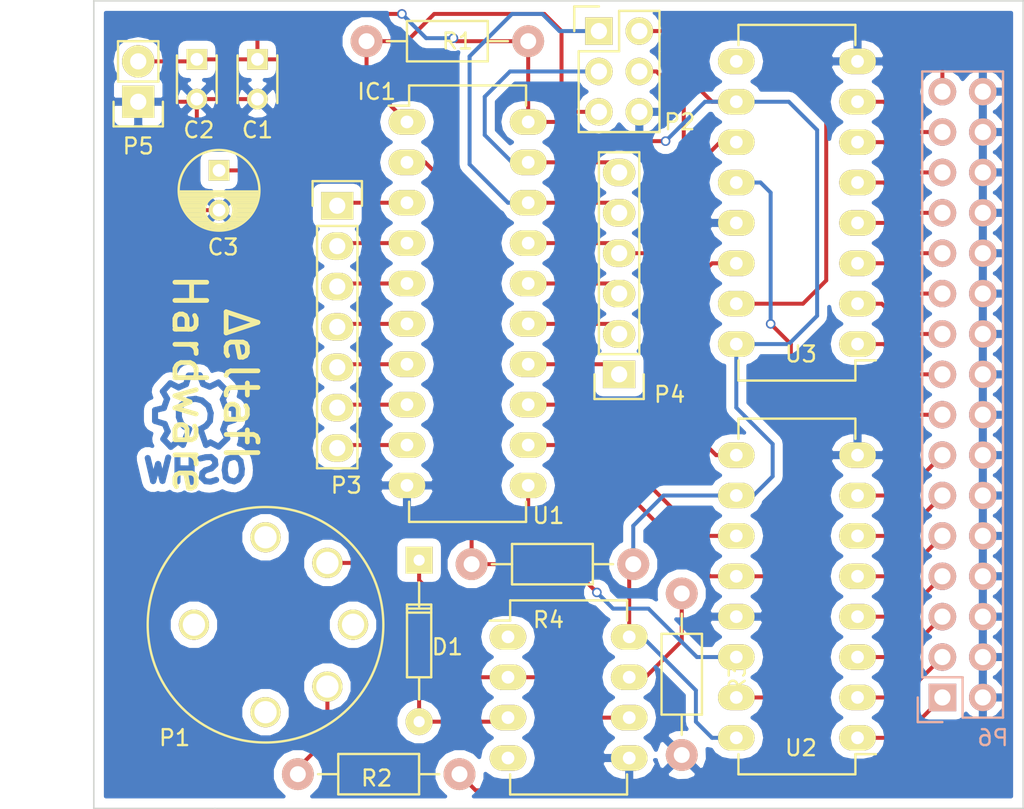
<source format=kicad_pcb>
(kicad_pcb (version 4) (host pcbnew 4.0.1-stable)

  (general
    (links 87)
    (no_connects 0)
    (area 19.990595 29.99 84.505001 83.435)
    (thickness 1.6)
    (drawings 8)
    (tracks 221)
    (zones 0)
    (modules 19)
    (nets 46)
  )

  (page User 150.012 150.012)
  (title_block
    (title "Computer Noise Controller ")
    (rev V1.0)
    (company "DeltaFi Hardware - Dragos Rotaru")
  )

  (layers
    (0 F.Cu signal)
    (31 B.Cu signal)
    (32 B.Adhes user hide)
    (33 F.Adhes user hide)
    (34 B.Paste user hide)
    (35 F.Paste user hide)
    (36 B.SilkS user)
    (37 F.SilkS user)
    (38 B.Mask user hide)
    (39 F.Mask user hide)
    (40 Dwgs.User user hide)
    (41 Cmts.User user hide)
    (42 Eco1.User user hide)
    (43 Eco2.User user hide)
    (44 Edge.Cuts user)
    (45 Margin user hide)
    (46 B.CrtYd user hide)
    (47 F.CrtYd user hide)
    (48 B.Fab user)
    (49 F.Fab user hide)
  )

  (setup
    (last_trace_width 0.25)
    (trace_clearance 0.2)
    (zone_clearance 0.508)
    (zone_45_only yes)
    (trace_min 0.2)
    (segment_width 0.2)
    (edge_width 0.1)
    (via_size 0.6)
    (via_drill 0.4)
    (via_min_size 0.4)
    (via_min_drill 0.3)
    (uvia_size 0.3)
    (uvia_drill 0.1)
    (uvias_allowed no)
    (uvia_min_size 0.2)
    (uvia_min_drill 0.1)
    (pcb_text_width 0.3)
    (pcb_text_size 1.5 1.5)
    (mod_edge_width 0.15)
    (mod_text_size 1 1)
    (mod_text_width 0.15)
    (pad_size 1.5 1.5)
    (pad_drill 0.6)
    (pad_to_mask_clearance 0)
    (aux_axis_origin 0 0)
    (visible_elements FFFFFF7F)
    (pcbplotparams
      (layerselection 0x010f0_80000001)
      (usegerberextensions true)
      (excludeedgelayer true)
      (linewidth 0.100000)
      (plotframeref false)
      (viasonmask false)
      (mode 1)
      (useauxorigin false)
      (hpglpennumber 1)
      (hpglpenspeed 20)
      (hpglpendiameter 15)
      (hpglpenoverlay 2)
      (psnegative false)
      (psa4output false)
      (plotreference true)
      (plotvalue true)
      (plotinvisibletext false)
      (padsonsilk false)
      (subtractmaskfromsilk false)
      (outputformat 1)
      (mirror false)
      (drillshape 0)
      (scaleselection 1)
      (outputdirectory ""))
  )

  (net 0 "")
  (net 1 VCC)
  (net 2 GND)
  (net 3 "Net-(D1-Pad2)")
  (net 4 "Net-(D1-Pad1)")
  (net 5 "Net-(IC1-Pad1)")
  (net 6 "Net-(IC1-Pad2)")
  (net 7 "Net-(IC1-Pad3)")
  (net 8 "Net-(IC1-Pad4)")
  (net 9 "Net-(IC1-Pad5)")
  (net 10 "Net-(IC1-Pad6)")
  (net 11 "Net-(IC1-Pad7)")
  (net 12 "Net-(IC1-Pad8)")
  (net 13 "Net-(IC1-Pad9)")
  (net 14 "Net-(IC1-Pad11)")
  (net 15 "Net-(IC1-Pad12)")
  (net 16 "Net-(IC1-Pad13)")
  (net 17 "Net-(IC1-Pad14)")
  (net 18 "Net-(IC1-Pad15)")
  (net 19 "Net-(IC1-Pad16)")
  (net 20 "Net-(IC1-Pad17)")
  (net 21 "Net-(IC1-Pad18)")
  (net 22 "Net-(IC1-Pad19)")
  (net 23 "Net-(P1-Pad2)")
  (net 24 "Net-(P1-Pad4)")
  (net 25 "Net-(P1-Pad3)")
  (net 26 "Net-(P1-Pad1)")
  (net 27 "Net-(P6-Pad1)")
  (net 28 "Net-(P6-Pad3)")
  (net 29 "Net-(P6-Pad5)")
  (net 30 "Net-(P6-Pad7)")
  (net 31 "Net-(P6-Pad9)")
  (net 32 "Net-(P6-Pad11)")
  (net 33 "Net-(P6-Pad13)")
  (net 34 "Net-(P6-Pad15)")
  (net 35 "Net-(P6-Pad17)")
  (net 36 "Net-(P6-Pad19)")
  (net 37 "Net-(P6-Pad21)")
  (net 38 "Net-(P6-Pad23)")
  (net 39 "Net-(P6-Pad25)")
  (net 40 "Net-(P6-Pad27)")
  (net 41 "Net-(P6-Pad29)")
  (net 42 "Net-(P6-Pad31)")
  (net 43 "Net-(R3-Pad1)")
  (net 44 "Net-(U2-Pad9)")
  (net 45 "Net-(U3-Pad9)")

  (net_class Default "This is the default net class."
    (clearance 0.2)
    (trace_width 0.25)
    (via_dia 0.6)
    (via_drill 0.4)
    (uvia_dia 0.3)
    (uvia_drill 0.1)
    (add_net GND)
    (add_net "Net-(D1-Pad1)")
    (add_net "Net-(D1-Pad2)")
    (add_net "Net-(IC1-Pad1)")
    (add_net "Net-(IC1-Pad11)")
    (add_net "Net-(IC1-Pad12)")
    (add_net "Net-(IC1-Pad13)")
    (add_net "Net-(IC1-Pad14)")
    (add_net "Net-(IC1-Pad15)")
    (add_net "Net-(IC1-Pad16)")
    (add_net "Net-(IC1-Pad17)")
    (add_net "Net-(IC1-Pad18)")
    (add_net "Net-(IC1-Pad19)")
    (add_net "Net-(IC1-Pad2)")
    (add_net "Net-(IC1-Pad3)")
    (add_net "Net-(IC1-Pad4)")
    (add_net "Net-(IC1-Pad5)")
    (add_net "Net-(IC1-Pad6)")
    (add_net "Net-(IC1-Pad7)")
    (add_net "Net-(IC1-Pad8)")
    (add_net "Net-(IC1-Pad9)")
    (add_net "Net-(P1-Pad1)")
    (add_net "Net-(P1-Pad2)")
    (add_net "Net-(P1-Pad3)")
    (add_net "Net-(P1-Pad4)")
    (add_net "Net-(P6-Pad1)")
    (add_net "Net-(P6-Pad11)")
    (add_net "Net-(P6-Pad13)")
    (add_net "Net-(P6-Pad15)")
    (add_net "Net-(P6-Pad17)")
    (add_net "Net-(P6-Pad19)")
    (add_net "Net-(P6-Pad21)")
    (add_net "Net-(P6-Pad23)")
    (add_net "Net-(P6-Pad25)")
    (add_net "Net-(P6-Pad27)")
    (add_net "Net-(P6-Pad29)")
    (add_net "Net-(P6-Pad3)")
    (add_net "Net-(P6-Pad31)")
    (add_net "Net-(P6-Pad5)")
    (add_net "Net-(P6-Pad7)")
    (add_net "Net-(P6-Pad9)")
    (add_net "Net-(R3-Pad1)")
    (add_net "Net-(U2-Pad9)")
    (add_net "Net-(U3-Pad9)")
    (add_net VCC)
  )

  (module Capacitors_ThroughHole:C_Disc_D3_P2.5 (layer F.Cu) (tedit 569428EB) (tstamp 569423F0)
    (at 36.322 36.068 270)
    (descr "Capacitor 3mm Disc, Pitch 2.5mm")
    (tags Capacitor)
    (path /5693F617)
    (fp_text reference C1 (at 4.445 0 360) (layer F.SilkS)
      (effects (font (size 1 1) (thickness 0.15)))
    )
    (fp_text value 100nf (at -1.651 -0.508 360) (layer F.Fab)
      (effects (font (size 1 1) (thickness 0.15)))
    )
    (fp_line (start -0.9 -1.5) (end 3.4 -1.5) (layer F.CrtYd) (width 0.05))
    (fp_line (start 3.4 -1.5) (end 3.4 1.5) (layer F.CrtYd) (width 0.05))
    (fp_line (start 3.4 1.5) (end -0.9 1.5) (layer F.CrtYd) (width 0.05))
    (fp_line (start -0.9 1.5) (end -0.9 -1.5) (layer F.CrtYd) (width 0.05))
    (fp_line (start -0.25 -1.25) (end 2.75 -1.25) (layer F.SilkS) (width 0.15))
    (fp_line (start 2.75 1.25) (end -0.25 1.25) (layer F.SilkS) (width 0.15))
    (pad 1 thru_hole rect (at 0 0 270) (size 1.3 1.3) (drill 0.8) (layers *.Cu *.Mask F.SilkS)
      (net 1 VCC))
    (pad 2 thru_hole circle (at 2.5 0 270) (size 1.3 1.3) (drill 0.8001) (layers *.Cu *.Mask F.SilkS)
      (net 2 GND))
    (model Capacitors_ThroughHole.3dshapes/C_Disc_D3_P2.5.wrl
      (at (xyz 0.0492126 0 0))
      (scale (xyz 1 1 1))
      (rotate (xyz 0 0 0))
    )
  )

  (module Capacitors_ThroughHole:C_Disc_D3_P2.5 (layer F.Cu) (tedit 569428E8) (tstamp 569423FC)
    (at 32.512 36.068 270)
    (descr "Capacitor 3mm Disc, Pitch 2.5mm")
    (tags Capacitor)
    (path /5693F646)
    (fp_text reference C2 (at 4.445 -0.127 360) (layer F.SilkS)
      (effects (font (size 1 1) (thickness 0.15)))
    )
    (fp_text value 100nf (at -1.651 -0.381 360) (layer F.Fab)
      (effects (font (size 1 1) (thickness 0.15)))
    )
    (fp_line (start -0.9 -1.5) (end 3.4 -1.5) (layer F.CrtYd) (width 0.05))
    (fp_line (start 3.4 -1.5) (end 3.4 1.5) (layer F.CrtYd) (width 0.05))
    (fp_line (start 3.4 1.5) (end -0.9 1.5) (layer F.CrtYd) (width 0.05))
    (fp_line (start -0.9 1.5) (end -0.9 -1.5) (layer F.CrtYd) (width 0.05))
    (fp_line (start -0.25 -1.25) (end 2.75 -1.25) (layer F.SilkS) (width 0.15))
    (fp_line (start 2.75 1.25) (end -0.25 1.25) (layer F.SilkS) (width 0.15))
    (pad 1 thru_hole rect (at 0 0 270) (size 1.3 1.3) (drill 0.8) (layers *.Cu *.Mask F.SilkS)
      (net 1 VCC))
    (pad 2 thru_hole circle (at 2.5 0 270) (size 1.3 1.3) (drill 0.8001) (layers *.Cu *.Mask F.SilkS)
      (net 2 GND))
    (model Capacitors_ThroughHole.3dshapes/C_Disc_D3_P2.5.wrl
      (at (xyz 0.0492126 0 0))
      (scale (xyz 1 1 1))
      (rotate (xyz 0 0 0))
    )
  )

  (module Diodes_ThroughHole:Diode_DO-35_SOD27_Horizontal_RM10 (layer F.Cu) (tedit 56943526) (tstamp 5694240B)
    (at 46.482 67.564 270)
    (descr "Diode, DO-35,  SOD27, Horizontal, RM 10mm")
    (tags "Diode, DO-35, SOD27, Horizontal, RM 10mm, 1N4148,")
    (path /56940FAA)
    (fp_text reference D1 (at 5.461 -1.778 360) (layer F.SilkS)
      (effects (font (size 1 1) (thickness 0.15)))
    )
    (fp_text value 1N4148 (at 4.41452 -3.55854 270) (layer F.Fab)
      (effects (font (size 1 1) (thickness 0.15)))
    )
    (fp_line (start 7.36652 -0.00254) (end 8.76352 -0.00254) (layer F.SilkS) (width 0.15))
    (fp_line (start 2.92152 -0.00254) (end 1.39752 -0.00254) (layer F.SilkS) (width 0.15))
    (fp_line (start 3.30252 -0.76454) (end 3.30252 0.75946) (layer F.SilkS) (width 0.15))
    (fp_line (start 3.04852 -0.76454) (end 3.04852 0.75946) (layer F.SilkS) (width 0.15))
    (fp_line (start 2.79452 -0.00254) (end 2.79452 0.75946) (layer F.SilkS) (width 0.15))
    (fp_line (start 2.79452 0.75946) (end 7.36652 0.75946) (layer F.SilkS) (width 0.15))
    (fp_line (start 7.36652 0.75946) (end 7.36652 -0.76454) (layer F.SilkS) (width 0.15))
    (fp_line (start 7.36652 -0.76454) (end 2.79452 -0.76454) (layer F.SilkS) (width 0.15))
    (fp_line (start 2.79452 -0.76454) (end 2.79452 -0.00254) (layer F.SilkS) (width 0.15))
    (pad 2 thru_hole circle (at 10.16052 -0.00254 90) (size 1.69926 1.69926) (drill 0.70104) (layers *.Cu *.Mask F.SilkS)
      (net 3 "Net-(D1-Pad2)"))
    (pad 1 thru_hole rect (at 0.00052 -0.00254 90) (size 1.69926 1.69926) (drill 0.70104) (layers *.Cu *.Mask F.SilkS)
      (net 4 "Net-(D1-Pad1)"))
    (model Diodes_ThroughHole.3dshapes/Diode_DO-35_SOD27_Horizontal_RM10.wrl
      (at (xyz 0.2 0 0))
      (scale (xyz 0.4 0.4 0.4))
      (rotate (xyz 0 0 180))
    )
  )

  (module Housings_DIP:DIP-20_W7.62mm_LongPads (layer F.Cu) (tedit 56943542) (tstamp 5694242E)
    (at 45.72 40.005)
    (descr "20-lead dip package, row spacing 7.62 mm (300 mils), longer pads")
    (tags "dil dip 2.54 300")
    (path /5693E0F0)
    (fp_text reference IC1 (at -1.905 -1.905) (layer F.SilkS)
      (effects (font (size 1 1) (thickness 0.15)))
    )
    (fp_text value ATTINY4313-P (at 0 -3.72) (layer F.Fab)
      (effects (font (size 1 1) (thickness 0.15)))
    )
    (fp_line (start -1.4 -2.45) (end -1.4 25.35) (layer F.CrtYd) (width 0.05))
    (fp_line (start 9 -2.45) (end 9 25.35) (layer F.CrtYd) (width 0.05))
    (fp_line (start -1.4 -2.45) (end 9 -2.45) (layer F.CrtYd) (width 0.05))
    (fp_line (start -1.4 25.35) (end 9 25.35) (layer F.CrtYd) (width 0.05))
    (fp_line (start 0.135 -2.295) (end 0.135 -1.025) (layer F.SilkS) (width 0.15))
    (fp_line (start 7.485 -2.295) (end 7.485 -1.025) (layer F.SilkS) (width 0.15))
    (fp_line (start 7.485 25.155) (end 7.485 23.885) (layer F.SilkS) (width 0.15))
    (fp_line (start 0.135 25.155) (end 0.135 23.885) (layer F.SilkS) (width 0.15))
    (fp_line (start 0.135 -2.295) (end 7.485 -2.295) (layer F.SilkS) (width 0.15))
    (fp_line (start 0.135 25.155) (end 7.485 25.155) (layer F.SilkS) (width 0.15))
    (fp_line (start 0.135 -1.025) (end -1.15 -1.025) (layer F.SilkS) (width 0.15))
    (pad 1 thru_hole oval (at 0 0) (size 2.3 1.6) (drill 0.8) (layers *.Cu *.Mask F.SilkS)
      (net 5 "Net-(IC1-Pad1)"))
    (pad 2 thru_hole oval (at 0 2.54) (size 2.3 1.6) (drill 0.8) (layers *.Cu *.Mask F.SilkS)
      (net 6 "Net-(IC1-Pad2)"))
    (pad 3 thru_hole oval (at 0 5.08) (size 2.3 1.6) (drill 0.8) (layers *.Cu *.Mask F.SilkS)
      (net 7 "Net-(IC1-Pad3)"))
    (pad 4 thru_hole oval (at 0 7.62) (size 2.3 1.6) (drill 0.8) (layers *.Cu *.Mask F.SilkS)
      (net 8 "Net-(IC1-Pad4)"))
    (pad 5 thru_hole oval (at 0 10.16) (size 2.3 1.6) (drill 0.8) (layers *.Cu *.Mask F.SilkS)
      (net 9 "Net-(IC1-Pad5)"))
    (pad 6 thru_hole oval (at 0 12.7) (size 2.3 1.6) (drill 0.8) (layers *.Cu *.Mask F.SilkS)
      (net 10 "Net-(IC1-Pad6)"))
    (pad 7 thru_hole oval (at 0 15.24) (size 2.3 1.6) (drill 0.8) (layers *.Cu *.Mask F.SilkS)
      (net 11 "Net-(IC1-Pad7)"))
    (pad 8 thru_hole oval (at 0 17.78) (size 2.3 1.6) (drill 0.8) (layers *.Cu *.Mask F.SilkS)
      (net 12 "Net-(IC1-Pad8)"))
    (pad 9 thru_hole oval (at 0 20.32) (size 2.3 1.6) (drill 0.8) (layers *.Cu *.Mask F.SilkS)
      (net 13 "Net-(IC1-Pad9)"))
    (pad 10 thru_hole oval (at 0 22.86) (size 2.3 1.6) (drill 0.8) (layers *.Cu *.Mask F.SilkS)
      (net 2 GND))
    (pad 11 thru_hole oval (at 7.62 22.86) (size 2.3 1.6) (drill 0.8) (layers *.Cu *.Mask F.SilkS)
      (net 14 "Net-(IC1-Pad11)"))
    (pad 12 thru_hole oval (at 7.62 20.32) (size 2.3 1.6) (drill 0.8) (layers *.Cu *.Mask F.SilkS)
      (net 15 "Net-(IC1-Pad12)"))
    (pad 13 thru_hole oval (at 7.62 17.78) (size 2.3 1.6) (drill 0.8) (layers *.Cu *.Mask F.SilkS)
      (net 16 "Net-(IC1-Pad13)"))
    (pad 14 thru_hole oval (at 7.62 15.24) (size 2.3 1.6) (drill 0.8) (layers *.Cu *.Mask F.SilkS)
      (net 17 "Net-(IC1-Pad14)"))
    (pad 15 thru_hole oval (at 7.62 12.7) (size 2.3 1.6) (drill 0.8) (layers *.Cu *.Mask F.SilkS)
      (net 18 "Net-(IC1-Pad15)"))
    (pad 16 thru_hole oval (at 7.62 10.16) (size 2.3 1.6) (drill 0.8) (layers *.Cu *.Mask F.SilkS)
      (net 19 "Net-(IC1-Pad16)"))
    (pad 17 thru_hole oval (at 7.62 7.62) (size 2.3 1.6) (drill 0.8) (layers *.Cu *.Mask F.SilkS)
      (net 20 "Net-(IC1-Pad17)"))
    (pad 18 thru_hole oval (at 7.62 5.08) (size 2.3 1.6) (drill 0.8) (layers *.Cu *.Mask F.SilkS)
      (net 21 "Net-(IC1-Pad18)"))
    (pad 19 thru_hole oval (at 7.62 2.54) (size 2.3 1.6) (drill 0.8) (layers *.Cu *.Mask F.SilkS)
      (net 22 "Net-(IC1-Pad19)"))
    (pad 20 thru_hole oval (at 7.62 0) (size 2.3 1.6) (drill 0.8) (layers *.Cu *.Mask F.SilkS)
      (net 1 VCC))
    (model Housings_DIP.3dshapes/DIP-20_W7.62mm_LongPads.wrl
      (at (xyz 0 0 0))
      (scale (xyz 1 1 1))
      (rotate (xyz 0 0 0))
    )
  )

  (module "kicad libraries:DIN_5" (layer F.Cu) (tedit 56943573) (tstamp 56942439)
    (at 36.83 71.628 180)
    (path /56940ED4)
    (fp_text reference P1 (at 5.715 -7.112 180) (layer F.SilkS)
      (effects (font (size 1 1) (thickness 0.15)))
    )
    (fp_text value DIN_5 (at 0 -8.89 180) (layer F.Fab)
      (effects (font (size 1 1) (thickness 0.15)))
    )
    (fp_circle (center 0 0) (end 6.35 -3.81) (layer F.SilkS) (width 0.15))
    (pad 2 thru_hole circle (at -5.5 0 180) (size 1.9 1.9) (drill 1.4) (layers *.Cu *.Mask F.SilkS)
      (net 23 "Net-(P1-Pad2)"))
    (pad 5 thru_hole circle (at -3.889087 3.889087 180) (size 1.9 1.9) (drill 1.4) (layers *.Cu *.Mask F.SilkS)
      (net 3 "Net-(D1-Pad2)"))
    (pad 4 thru_hole circle (at -3.889087 -3.889087 180) (size 1.9 1.9) (drill 1.4) (layers *.Cu *.Mask F.SilkS)
      (net 24 "Net-(P1-Pad4)"))
    (pad 3 thru_hole circle (at 0 5.5 180) (size 1.9 1.9) (drill 1.4) (layers *.Cu *.Mask F.SilkS)
      (net 25 "Net-(P1-Pad3)"))
    (pad "" np_thru_hole circle (at 4.5 0 180) (size 1.9 1.9) (drill 1.4) (layers *.Cu *.Mask F.SilkS))
    (pad 1 thru_hole circle (at 0 -5.5 180) (size 1.9 1.9) (drill 1.4) (layers *.Cu *.Mask F.SilkS)
      (net 26 "Net-(P1-Pad1)"))
  )

  (module Pin_Headers:Pin_Header_Straight_2x03 (layer F.Cu) (tedit 56943538) (tstamp 56942450)
    (at 57.785 34.29)
    (descr "Through hole pin header")
    (tags "pin header")
    (path /5693EC06)
    (fp_text reference P2 (at 5.08 5.715) (layer F.SilkS)
      (effects (font (size 1 1) (thickness 0.15)))
    )
    (fp_text value CONN_02X03 (at 0 -3.1) (layer F.Fab)
      (effects (font (size 1 1) (thickness 0.15)))
    )
    (fp_line (start -1.27 1.27) (end -1.27 6.35) (layer F.SilkS) (width 0.15))
    (fp_line (start -1.55 -1.55) (end 0 -1.55) (layer F.SilkS) (width 0.15))
    (fp_line (start -1.75 -1.75) (end -1.75 6.85) (layer F.CrtYd) (width 0.05))
    (fp_line (start 4.3 -1.75) (end 4.3 6.85) (layer F.CrtYd) (width 0.05))
    (fp_line (start -1.75 -1.75) (end 4.3 -1.75) (layer F.CrtYd) (width 0.05))
    (fp_line (start -1.75 6.85) (end 4.3 6.85) (layer F.CrtYd) (width 0.05))
    (fp_line (start 1.27 -1.27) (end 1.27 1.27) (layer F.SilkS) (width 0.15))
    (fp_line (start 1.27 1.27) (end -1.27 1.27) (layer F.SilkS) (width 0.15))
    (fp_line (start -1.27 6.35) (end 3.81 6.35) (layer F.SilkS) (width 0.15))
    (fp_line (start 3.81 6.35) (end 3.81 1.27) (layer F.SilkS) (width 0.15))
    (fp_line (start -1.55 -1.55) (end -1.55 0) (layer F.SilkS) (width 0.15))
    (fp_line (start 3.81 -1.27) (end 1.27 -1.27) (layer F.SilkS) (width 0.15))
    (fp_line (start 3.81 1.27) (end 3.81 -1.27) (layer F.SilkS) (width 0.15))
    (pad 1 thru_hole rect (at 0 0) (size 1.7272 1.7272) (drill 1.016) (layers *.Cu *.Mask F.SilkS)
      (net 21 "Net-(IC1-Pad18)"))
    (pad 2 thru_hole oval (at 2.54 0) (size 1.7272 1.7272) (drill 1.016) (layers *.Cu *.Mask F.SilkS)
      (net 1 VCC))
    (pad 3 thru_hole oval (at 0 2.54) (size 1.7272 1.7272) (drill 1.016) (layers *.Cu *.Mask F.SilkS)
      (net 22 "Net-(IC1-Pad19)"))
    (pad 4 thru_hole oval (at 2.54 2.54) (size 1.7272 1.7272) (drill 1.016) (layers *.Cu *.Mask F.SilkS)
      (net 20 "Net-(IC1-Pad17)"))
    (pad 5 thru_hole oval (at 0 5.08) (size 1.7272 1.7272) (drill 1.016) (layers *.Cu *.Mask F.SilkS)
      (net 5 "Net-(IC1-Pad1)"))
    (pad 6 thru_hole oval (at 2.54 5.08) (size 1.7272 1.7272) (drill 1.016) (layers *.Cu *.Mask F.SilkS)
      (net 2 GND))
    (model Pin_Headers.3dshapes/Pin_Header_Straight_2x03.wrl
      (at (xyz 0.05 -0.1 0))
      (scale (xyz 1 1 1))
      (rotate (xyz 0 0 90))
    )
  )

  (module Pin_Headers:Pin_Header_Straight_1x07 (layer F.Cu) (tedit 5694354B) (tstamp 56942466)
    (at 41.3385 45.2755)
    (descr "Through hole pin header")
    (tags "pin header")
    (path /5693FE95)
    (fp_text reference P3 (at 0.5715 17.5895) (layer F.SilkS)
      (effects (font (size 1 1) (thickness 0.15)))
    )
    (fp_text value CONN_01X07 (at 0 -3.1) (layer F.Fab)
      (effects (font (size 1 1) (thickness 0.15)))
    )
    (fp_line (start -1.75 -1.75) (end -1.75 17) (layer F.CrtYd) (width 0.05))
    (fp_line (start 1.75 -1.75) (end 1.75 17) (layer F.CrtYd) (width 0.05))
    (fp_line (start -1.75 -1.75) (end 1.75 -1.75) (layer F.CrtYd) (width 0.05))
    (fp_line (start -1.75 17) (end 1.75 17) (layer F.CrtYd) (width 0.05))
    (fp_line (start 1.27 1.27) (end 1.27 16.51) (layer F.SilkS) (width 0.15))
    (fp_line (start 1.27 16.51) (end -1.27 16.51) (layer F.SilkS) (width 0.15))
    (fp_line (start -1.27 16.51) (end -1.27 1.27) (layer F.SilkS) (width 0.15))
    (fp_line (start 1.55 -1.55) (end 1.55 0) (layer F.SilkS) (width 0.15))
    (fp_line (start 1.27 1.27) (end -1.27 1.27) (layer F.SilkS) (width 0.15))
    (fp_line (start -1.55 0) (end -1.55 -1.55) (layer F.SilkS) (width 0.15))
    (fp_line (start -1.55 -1.55) (end 1.55 -1.55) (layer F.SilkS) (width 0.15))
    (pad 1 thru_hole rect (at 0 0) (size 2.032 1.7272) (drill 1.016) (layers *.Cu *.Mask F.SilkS)
      (net 7 "Net-(IC1-Pad3)"))
    (pad 2 thru_hole oval (at 0 2.54) (size 2.032 1.7272) (drill 1.016) (layers *.Cu *.Mask F.SilkS)
      (net 8 "Net-(IC1-Pad4)"))
    (pad 3 thru_hole oval (at 0 5.08) (size 2.032 1.7272) (drill 1.016) (layers *.Cu *.Mask F.SilkS)
      (net 9 "Net-(IC1-Pad5)"))
    (pad 4 thru_hole oval (at 0 7.62) (size 2.032 1.7272) (drill 1.016) (layers *.Cu *.Mask F.SilkS)
      (net 10 "Net-(IC1-Pad6)"))
    (pad 5 thru_hole oval (at 0 10.16) (size 2.032 1.7272) (drill 1.016) (layers *.Cu *.Mask F.SilkS)
      (net 11 "Net-(IC1-Pad7)"))
    (pad 6 thru_hole oval (at 0 12.7) (size 2.032 1.7272) (drill 1.016) (layers *.Cu *.Mask F.SilkS)
      (net 12 "Net-(IC1-Pad8)"))
    (pad 7 thru_hole oval (at 0 15.24) (size 2.032 1.7272) (drill 1.016) (layers *.Cu *.Mask F.SilkS)
      (net 13 "Net-(IC1-Pad9)"))
    (model Pin_Headers.3dshapes/Pin_Header_Straight_1x07.wrl
      (at (xyz 0 -0.3 0))
      (scale (xyz 1 1 1))
      (rotate (xyz 0 0 90))
    )
  )

  (module Pin_Headers:Pin_Header_Straight_1x06 (layer F.Cu) (tedit 5694352F) (tstamp 5694247B)
    (at 59.055 55.88 180)
    (descr "Through hole pin header")
    (tags "pin header")
    (path /569404C0)
    (fp_text reference P4 (at -3.175 -1.27 180) (layer F.SilkS)
      (effects (font (size 1 1) (thickness 0.15)))
    )
    (fp_text value CONN_01X06 (at 0 -3.1 180) (layer F.Fab)
      (effects (font (size 1 1) (thickness 0.15)))
    )
    (fp_line (start -1.75 -1.75) (end -1.75 14.45) (layer F.CrtYd) (width 0.05))
    (fp_line (start 1.75 -1.75) (end 1.75 14.45) (layer F.CrtYd) (width 0.05))
    (fp_line (start -1.75 -1.75) (end 1.75 -1.75) (layer F.CrtYd) (width 0.05))
    (fp_line (start -1.75 14.45) (end 1.75 14.45) (layer F.CrtYd) (width 0.05))
    (fp_line (start 1.27 1.27) (end 1.27 13.97) (layer F.SilkS) (width 0.15))
    (fp_line (start 1.27 13.97) (end -1.27 13.97) (layer F.SilkS) (width 0.15))
    (fp_line (start -1.27 13.97) (end -1.27 1.27) (layer F.SilkS) (width 0.15))
    (fp_line (start 1.55 -1.55) (end 1.55 0) (layer F.SilkS) (width 0.15))
    (fp_line (start 1.27 1.27) (end -1.27 1.27) (layer F.SilkS) (width 0.15))
    (fp_line (start -1.55 0) (end -1.55 -1.55) (layer F.SilkS) (width 0.15))
    (fp_line (start -1.55 -1.55) (end 1.55 -1.55) (layer F.SilkS) (width 0.15))
    (pad 1 thru_hole rect (at 0 0 180) (size 2.032 1.7272) (drill 1.016) (layers *.Cu *.Mask F.SilkS)
      (net 17 "Net-(IC1-Pad14)"))
    (pad 2 thru_hole oval (at 0 2.54 180) (size 2.032 1.7272) (drill 1.016) (layers *.Cu *.Mask F.SilkS)
      (net 18 "Net-(IC1-Pad15)"))
    (pad 3 thru_hole oval (at 0 5.08 180) (size 2.032 1.7272) (drill 1.016) (layers *.Cu *.Mask F.SilkS)
      (net 19 "Net-(IC1-Pad16)"))
    (pad 4 thru_hole oval (at 0 7.62 180) (size 2.032 1.7272) (drill 1.016) (layers *.Cu *.Mask F.SilkS)
      (net 20 "Net-(IC1-Pad17)"))
    (pad 5 thru_hole oval (at 0 10.16 180) (size 2.032 1.7272) (drill 1.016) (layers *.Cu *.Mask F.SilkS)
      (net 21 "Net-(IC1-Pad18)"))
    (pad 6 thru_hole oval (at 0 12.7 180) (size 2.032 1.7272) (drill 1.016) (layers *.Cu *.Mask F.SilkS)
      (net 22 "Net-(IC1-Pad19)"))
    (model Pin_Headers.3dshapes/Pin_Header_Straight_1x06.wrl
      (at (xyz 0 -0.25 0))
      (scale (xyz 1 1 1))
      (rotate (xyz 0 0 90))
    )
  )

  (module Pin_Headers:Pin_Header_Straight_1x02 (layer F.Cu) (tedit 569428FC) (tstamp 5694248C)
    (at 28.829 38.735 180)
    (descr "Through hole pin header")
    (tags "pin header")
    (path /5693F277)
    (fp_text reference P5 (at 0 -2.794 180) (layer F.SilkS)
      (effects (font (size 1 1) (thickness 0.15)))
    )
    (fp_text value CONN_01X02 (at 2.54 1.016 270) (layer F.Fab)
      (effects (font (size 1 1) (thickness 0.15)))
    )
    (fp_line (start 1.27 1.27) (end 1.27 3.81) (layer F.SilkS) (width 0.15))
    (fp_line (start 1.55 -1.55) (end 1.55 0) (layer F.SilkS) (width 0.15))
    (fp_line (start -1.75 -1.75) (end -1.75 4.3) (layer F.CrtYd) (width 0.05))
    (fp_line (start 1.75 -1.75) (end 1.75 4.3) (layer F.CrtYd) (width 0.05))
    (fp_line (start -1.75 -1.75) (end 1.75 -1.75) (layer F.CrtYd) (width 0.05))
    (fp_line (start -1.75 4.3) (end 1.75 4.3) (layer F.CrtYd) (width 0.05))
    (fp_line (start 1.27 1.27) (end -1.27 1.27) (layer F.SilkS) (width 0.15))
    (fp_line (start -1.55 0) (end -1.55 -1.55) (layer F.SilkS) (width 0.15))
    (fp_line (start -1.55 -1.55) (end 1.55 -1.55) (layer F.SilkS) (width 0.15))
    (fp_line (start -1.27 1.27) (end -1.27 3.81) (layer F.SilkS) (width 0.15))
    (fp_line (start -1.27 3.81) (end 1.27 3.81) (layer F.SilkS) (width 0.15))
    (pad 1 thru_hole rect (at 0 0 180) (size 2.032 2.032) (drill 1.016) (layers *.Cu *.Mask F.SilkS)
      (net 2 GND))
    (pad 2 thru_hole oval (at 0 2.54 180) (size 2.032 2.032) (drill 1.016) (layers *.Cu *.Mask F.SilkS)
      (net 1 VCC))
    (model Pin_Headers.3dshapes/Pin_Header_Straight_1x02.wrl
      (at (xyz 0 -0.05 0))
      (scale (xyz 1 1 1))
      (rotate (xyz 0 0 90))
    )
  )

  (module Pin_Headers:Pin_Header_Straight_2x16 (layer B.Cu) (tedit 56943593) (tstamp 569424BC)
    (at 79.375 76.2)
    (descr "Through hole pin header")
    (tags "pin header")
    (path /5693E29B)
    (fp_text reference P6 (at 3.175 2.54) (layer B.SilkS)
      (effects (font (size 1 1) (thickness 0.15)) (justify mirror))
    )
    (fp_text value CONN_02X16 (at 0 3.1) (layer B.Fab)
      (effects (font (size 1 1) (thickness 0.15)) (justify mirror))
    )
    (fp_line (start -1.75 1.75) (end -1.75 -39.85) (layer B.CrtYd) (width 0.05))
    (fp_line (start 4.3 1.75) (end 4.3 -39.85) (layer B.CrtYd) (width 0.05))
    (fp_line (start -1.75 1.75) (end 4.3 1.75) (layer B.CrtYd) (width 0.05))
    (fp_line (start -1.75 -39.85) (end 4.3 -39.85) (layer B.CrtYd) (width 0.05))
    (fp_line (start 3.81 -39.37) (end 3.81 1.27) (layer B.SilkS) (width 0.15))
    (fp_line (start -1.27 -1.27) (end -1.27 -39.37) (layer B.SilkS) (width 0.15))
    (fp_line (start 3.81 -39.37) (end -1.27 -39.37) (layer B.SilkS) (width 0.15))
    (fp_line (start 3.81 1.27) (end 1.27 1.27) (layer B.SilkS) (width 0.15))
    (fp_line (start 0 1.55) (end -1.55 1.55) (layer B.SilkS) (width 0.15))
    (fp_line (start 1.27 1.27) (end 1.27 -1.27) (layer B.SilkS) (width 0.15))
    (fp_line (start 1.27 -1.27) (end -1.27 -1.27) (layer B.SilkS) (width 0.15))
    (fp_line (start -1.55 1.55) (end -1.55 0) (layer B.SilkS) (width 0.15))
    (pad 1 thru_hole rect (at 0 0) (size 1.7272 1.7272) (drill 1.016) (layers *.Cu *.Mask B.SilkS)
      (net 27 "Net-(P6-Pad1)"))
    (pad 2 thru_hole oval (at 2.54 0) (size 1.7272 1.7272) (drill 1.016) (layers *.Cu *.Mask B.SilkS)
      (net 2 GND))
    (pad 3 thru_hole oval (at 0 -2.54) (size 1.7272 1.7272) (drill 1.016) (layers *.Cu *.Mask B.SilkS)
      (net 28 "Net-(P6-Pad3)"))
    (pad 4 thru_hole oval (at 2.54 -2.54) (size 1.7272 1.7272) (drill 1.016) (layers *.Cu *.Mask B.SilkS)
      (net 2 GND))
    (pad 5 thru_hole oval (at 0 -5.08) (size 1.7272 1.7272) (drill 1.016) (layers *.Cu *.Mask B.SilkS)
      (net 29 "Net-(P6-Pad5)"))
    (pad 6 thru_hole oval (at 2.54 -5.08) (size 1.7272 1.7272) (drill 1.016) (layers *.Cu *.Mask B.SilkS)
      (net 2 GND))
    (pad 7 thru_hole oval (at 0 -7.62) (size 1.7272 1.7272) (drill 1.016) (layers *.Cu *.Mask B.SilkS)
      (net 30 "Net-(P6-Pad7)"))
    (pad 8 thru_hole oval (at 2.54 -7.62) (size 1.7272 1.7272) (drill 1.016) (layers *.Cu *.Mask B.SilkS)
      (net 2 GND))
    (pad 9 thru_hole oval (at 0 -10.16) (size 1.7272 1.7272) (drill 1.016) (layers *.Cu *.Mask B.SilkS)
      (net 31 "Net-(P6-Pad9)"))
    (pad 10 thru_hole oval (at 2.54 -10.16) (size 1.7272 1.7272) (drill 1.016) (layers *.Cu *.Mask B.SilkS)
      (net 2 GND))
    (pad 11 thru_hole oval (at 0 -12.7) (size 1.7272 1.7272) (drill 1.016) (layers *.Cu *.Mask B.SilkS)
      (net 32 "Net-(P6-Pad11)"))
    (pad 12 thru_hole oval (at 2.54 -12.7) (size 1.7272 1.7272) (drill 1.016) (layers *.Cu *.Mask B.SilkS)
      (net 2 GND))
    (pad 13 thru_hole oval (at 0 -15.24) (size 1.7272 1.7272) (drill 1.016) (layers *.Cu *.Mask B.SilkS)
      (net 33 "Net-(P6-Pad13)"))
    (pad 14 thru_hole oval (at 2.54 -15.24) (size 1.7272 1.7272) (drill 1.016) (layers *.Cu *.Mask B.SilkS)
      (net 2 GND))
    (pad 15 thru_hole oval (at 0 -17.78) (size 1.7272 1.7272) (drill 1.016) (layers *.Cu *.Mask B.SilkS)
      (net 34 "Net-(P6-Pad15)"))
    (pad 16 thru_hole oval (at 2.54 -17.78) (size 1.7272 1.7272) (drill 1.016) (layers *.Cu *.Mask B.SilkS)
      (net 2 GND))
    (pad 17 thru_hole oval (at 0 -20.32) (size 1.7272 1.7272) (drill 1.016) (layers *.Cu *.Mask B.SilkS)
      (net 35 "Net-(P6-Pad17)"))
    (pad 18 thru_hole oval (at 2.54 -20.32) (size 1.7272 1.7272) (drill 1.016) (layers *.Cu *.Mask B.SilkS)
      (net 2 GND))
    (pad 19 thru_hole oval (at 0 -22.86) (size 1.7272 1.7272) (drill 1.016) (layers *.Cu *.Mask B.SilkS)
      (net 36 "Net-(P6-Pad19)"))
    (pad 20 thru_hole oval (at 2.54 -22.86) (size 1.7272 1.7272) (drill 1.016) (layers *.Cu *.Mask B.SilkS)
      (net 2 GND))
    (pad 21 thru_hole oval (at 0 -25.4) (size 1.7272 1.7272) (drill 1.016) (layers *.Cu *.Mask B.SilkS)
      (net 37 "Net-(P6-Pad21)"))
    (pad 22 thru_hole oval (at 2.54 -25.4) (size 1.7272 1.7272) (drill 1.016) (layers *.Cu *.Mask B.SilkS)
      (net 2 GND))
    (pad 23 thru_hole oval (at 0 -27.94) (size 1.7272 1.7272) (drill 1.016) (layers *.Cu *.Mask B.SilkS)
      (net 38 "Net-(P6-Pad23)"))
    (pad 24 thru_hole oval (at 2.54 -27.94) (size 1.7272 1.7272) (drill 1.016) (layers *.Cu *.Mask B.SilkS)
      (net 2 GND))
    (pad 25 thru_hole oval (at 0 -30.48) (size 1.7272 1.7272) (drill 1.016) (layers *.Cu *.Mask B.SilkS)
      (net 39 "Net-(P6-Pad25)"))
    (pad 26 thru_hole oval (at 2.54 -30.48) (size 1.7272 1.7272) (drill 1.016) (layers *.Cu *.Mask B.SilkS)
      (net 2 GND))
    (pad 27 thru_hole oval (at 0 -33.02) (size 1.7272 1.7272) (drill 1.016) (layers *.Cu *.Mask B.SilkS)
      (net 40 "Net-(P6-Pad27)"))
    (pad 28 thru_hole oval (at 2.54 -33.02) (size 1.7272 1.7272) (drill 1.016) (layers *.Cu *.Mask B.SilkS)
      (net 2 GND))
    (pad 29 thru_hole oval (at 0 -35.56) (size 1.7272 1.7272) (drill 1.016) (layers *.Cu *.Mask B.SilkS)
      (net 41 "Net-(P6-Pad29)"))
    (pad 30 thru_hole oval (at 2.54 -35.56) (size 1.7272 1.7272) (drill 1.016) (layers *.Cu *.Mask B.SilkS)
      (net 2 GND))
    (pad 31 thru_hole oval (at 0 -38.1) (size 1.7272 1.7272) (drill 1.016) (layers *.Cu *.Mask B.SilkS)
      (net 42 "Net-(P6-Pad31)"))
    (pad 32 thru_hole oval (at 2.54 -38.1) (size 1.7272 1.7272) (drill 1.016) (layers *.Cu *.Mask B.SilkS)
      (net 2 GND))
    (model Pin_Headers.3dshapes/Pin_Header_Straight_2x16.wrl
      (at (xyz 0.05 -0.75 0))
      (scale (xyz 1 1 1))
      (rotate (xyz 0 0 90))
    )
  )

  (module Resistors_ThroughHole:Resistor_Horizontal_RM10mm (layer F.Cu) (tedit 5694353D) (tstamp 569424C8)
    (at 48.26 34.925 180)
    (descr "Resistor, Axial,  RM 10mm, 1/3W,")
    (tags "Resistor, Axial, RM 10mm, 1/3W,")
    (path /5694324B)
    (fp_text reference R1 (at -0.635 0 180) (layer F.SilkS)
      (effects (font (size 1 1) (thickness 0.15)))
    )
    (fp_text value 10k (at 3.81 3.81 180) (layer F.Fab)
      (effects (font (size 1 1) (thickness 0.15)))
    )
    (fp_line (start -2.54 -1.27) (end 2.54 -1.27) (layer F.SilkS) (width 0.15))
    (fp_line (start 2.54 -1.27) (end 2.54 1.27) (layer F.SilkS) (width 0.15))
    (fp_line (start 2.54 1.27) (end -2.54 1.27) (layer F.SilkS) (width 0.15))
    (fp_line (start -2.54 1.27) (end -2.54 -1.27) (layer F.SilkS) (width 0.15))
    (fp_line (start -2.54 0) (end -3.81 0) (layer F.SilkS) (width 0.15))
    (fp_line (start 2.54 0) (end 3.81 0) (layer F.SilkS) (width 0.15))
    (pad 1 thru_hole circle (at -5.08 0 180) (size 1.99898 1.99898) (drill 1.00076) (layers *.Cu *.SilkS *.Mask)
      (net 1 VCC))
    (pad 2 thru_hole circle (at 5.08 0 180) (size 1.99898 1.99898) (drill 1.00076) (layers *.Cu *.SilkS *.Mask)
      (net 5 "Net-(IC1-Pad1)"))
    (model Resistors_ThroughHole.3dshapes/Resistor_Horizontal_RM10mm.wrl
      (at (xyz 0 0 0))
      (scale (xyz 0.4 0.4 0.4))
      (rotate (xyz 0 0 0))
    )
  )

  (module Resistors_ThroughHole:Resistor_Horizontal_RM10mm (layer F.Cu) (tedit 5694351E) (tstamp 569424D4)
    (at 43.942 81.026 180)
    (descr "Resistor, Axial,  RM 10mm, 1/3W,")
    (tags "Resistor, Axial, RM 10mm, 1/3W,")
    (path /56940F1A)
    (fp_text reference R2 (at 0.127 -0.254 180) (layer F.SilkS)
      (effects (font (size 1 1) (thickness 0.15)))
    )
    (fp_text value 220 (at 3.81 3.81 180) (layer F.Fab)
      (effects (font (size 1 1) (thickness 0.15)))
    )
    (fp_line (start -2.54 -1.27) (end 2.54 -1.27) (layer F.SilkS) (width 0.15))
    (fp_line (start 2.54 -1.27) (end 2.54 1.27) (layer F.SilkS) (width 0.15))
    (fp_line (start 2.54 1.27) (end -2.54 1.27) (layer F.SilkS) (width 0.15))
    (fp_line (start -2.54 1.27) (end -2.54 -1.27) (layer F.SilkS) (width 0.15))
    (fp_line (start -2.54 0) (end -3.81 0) (layer F.SilkS) (width 0.15))
    (fp_line (start 2.54 0) (end 3.81 0) (layer F.SilkS) (width 0.15))
    (pad 1 thru_hole circle (at -5.08 0 180) (size 1.99898 1.99898) (drill 1.00076) (layers *.Cu *.SilkS *.Mask)
      (net 4 "Net-(D1-Pad1)"))
    (pad 2 thru_hole circle (at 5.08 0 180) (size 1.99898 1.99898) (drill 1.00076) (layers *.Cu *.SilkS *.Mask)
      (net 24 "Net-(P1-Pad4)"))
    (model Resistors_ThroughHole.3dshapes/Resistor_Horizontal_RM10mm.wrl
      (at (xyz 0 0 0))
      (scale (xyz 0.4 0.4 0.4))
      (rotate (xyz 0 0 0))
    )
  )

  (module Resistors_ThroughHole:Resistor_Horizontal_RM10mm (layer F.Cu) (tedit 53F56209) (tstamp 569424E0)
    (at 62.992 74.7395 270)
    (descr "Resistor, Axial,  RM 10mm, 1/3W,")
    (tags "Resistor, Axial, RM 10mm, 1/3W,")
    (path /5694179D)
    (fp_text reference R3 (at 0.24892 -3.50012 270) (layer F.SilkS)
      (effects (font (size 1 1) (thickness 0.15)))
    )
    (fp_text value 1k (at 3.81 3.81 270) (layer F.Fab)
      (effects (font (size 1 1) (thickness 0.15)))
    )
    (fp_line (start -2.54 -1.27) (end 2.54 -1.27) (layer F.SilkS) (width 0.15))
    (fp_line (start 2.54 -1.27) (end 2.54 1.27) (layer F.SilkS) (width 0.15))
    (fp_line (start 2.54 1.27) (end -2.54 1.27) (layer F.SilkS) (width 0.15))
    (fp_line (start -2.54 1.27) (end -2.54 -1.27) (layer F.SilkS) (width 0.15))
    (fp_line (start -2.54 0) (end -3.81 0) (layer F.SilkS) (width 0.15))
    (fp_line (start 2.54 0) (end 3.81 0) (layer F.SilkS) (width 0.15))
    (pad 1 thru_hole circle (at -5.08 0 270) (size 1.99898 1.99898) (drill 1.00076) (layers *.Cu *.SilkS *.Mask)
      (net 43 "Net-(R3-Pad1)"))
    (pad 2 thru_hole circle (at 5.08 0 270) (size 1.99898 1.99898) (drill 1.00076) (layers *.Cu *.SilkS *.Mask)
      (net 2 GND))
    (model Resistors_ThroughHole.3dshapes/Resistor_Horizontal_RM10mm.wrl
      (at (xyz 0 0 0))
      (scale (xyz 0.4 0.4 0.4))
      (rotate (xyz 0 0 0))
    )
  )

  (module Resistors_ThroughHole:Resistor_Horizontal_RM10mm (layer F.Cu) (tedit 53F56209) (tstamp 569424EC)
    (at 54.864 67.818 180)
    (descr "Resistor, Axial,  RM 10mm, 1/3W,")
    (tags "Resistor, Axial, RM 10mm, 1/3W,")
    (path /56940F68)
    (fp_text reference R4 (at 0.24892 -3.50012 180) (layer F.SilkS)
      (effects (font (size 1 1) (thickness 0.15)))
    )
    (fp_text value 470 (at 3.81 3.81 180) (layer F.Fab)
      (effects (font (size 1 1) (thickness 0.15)))
    )
    (fp_line (start -2.54 -1.27) (end 2.54 -1.27) (layer F.SilkS) (width 0.15))
    (fp_line (start 2.54 -1.27) (end 2.54 1.27) (layer F.SilkS) (width 0.15))
    (fp_line (start 2.54 1.27) (end -2.54 1.27) (layer F.SilkS) (width 0.15))
    (fp_line (start -2.54 1.27) (end -2.54 -1.27) (layer F.SilkS) (width 0.15))
    (fp_line (start -2.54 0) (end -3.81 0) (layer F.SilkS) (width 0.15))
    (fp_line (start 2.54 0) (end 3.81 0) (layer F.SilkS) (width 0.15))
    (pad 1 thru_hole circle (at -5.08 0 180) (size 1.99898 1.99898) (drill 1.00076) (layers *.Cu *.SilkS *.Mask)
      (net 1 VCC))
    (pad 2 thru_hole circle (at 5.08 0 180) (size 1.99898 1.99898) (drill 1.00076) (layers *.Cu *.SilkS *.Mask)
      (net 6 "Net-(IC1-Pad2)"))
    (model Resistors_ThroughHole.3dshapes/Resistor_Horizontal_RM10mm.wrl
      (at (xyz 0 0 0))
      (scale (xyz 0.4 0.4 0.4))
      (rotate (xyz 0 0 0))
    )
  )

  (module Housings_DIP:DIP-8_W7.62mm_LongPads (layer F.Cu) (tedit 5694352B) (tstamp 56942503)
    (at 52.07 72.39)
    (descr "8-lead dip package, row spacing 7.62 mm (300 mils), longer pads")
    (tags "dil dip 2.54 300")
    (path /56940FEF)
    (fp_text reference U1 (at 2.54 -7.62) (layer F.SilkS)
      (effects (font (size 1 1) (thickness 0.15)))
    )
    (fp_text value 6N136 (at 0 -3.72) (layer F.Fab)
      (effects (font (size 1 1) (thickness 0.15)))
    )
    (fp_line (start -1.4 -2.45) (end -1.4 10.1) (layer F.CrtYd) (width 0.05))
    (fp_line (start 9 -2.45) (end 9 10.1) (layer F.CrtYd) (width 0.05))
    (fp_line (start -1.4 -2.45) (end 9 -2.45) (layer F.CrtYd) (width 0.05))
    (fp_line (start -1.4 10.1) (end 9 10.1) (layer F.CrtYd) (width 0.05))
    (fp_line (start 0.135 -2.295) (end 0.135 -1.025) (layer F.SilkS) (width 0.15))
    (fp_line (start 7.485 -2.295) (end 7.485 -1.025) (layer F.SilkS) (width 0.15))
    (fp_line (start 7.485 9.915) (end 7.485 8.645) (layer F.SilkS) (width 0.15))
    (fp_line (start 0.135 9.915) (end 0.135 8.645) (layer F.SilkS) (width 0.15))
    (fp_line (start 0.135 -2.295) (end 7.485 -2.295) (layer F.SilkS) (width 0.15))
    (fp_line (start 0.135 9.915) (end 7.485 9.915) (layer F.SilkS) (width 0.15))
    (fp_line (start 0.135 -1.025) (end -1.15 -1.025) (layer F.SilkS) (width 0.15))
    (pad 1 thru_hole oval (at 0 0) (size 2.3 1.6) (drill 0.8) (layers *.Cu *.Mask F.SilkS))
    (pad 2 thru_hole oval (at 0 2.54) (size 2.3 1.6) (drill 0.8) (layers *.Cu *.Mask F.SilkS)
      (net 4 "Net-(D1-Pad1)"))
    (pad 3 thru_hole oval (at 0 5.08) (size 2.3 1.6) (drill 0.8) (layers *.Cu *.Mask F.SilkS)
      (net 3 "Net-(D1-Pad2)"))
    (pad 4 thru_hole oval (at 0 7.62) (size 2.3 1.6) (drill 0.8) (layers *.Cu *.Mask F.SilkS))
    (pad 5 thru_hole oval (at 7.62 7.62) (size 2.3 1.6) (drill 0.8) (layers *.Cu *.Mask F.SilkS)
      (net 2 GND))
    (pad 6 thru_hole oval (at 7.62 5.08) (size 2.3 1.6) (drill 0.8) (layers *.Cu *.Mask F.SilkS)
      (net 6 "Net-(IC1-Pad2)"))
    (pad 7 thru_hole oval (at 7.62 2.54) (size 2.3 1.6) (drill 0.8) (layers *.Cu *.Mask F.SilkS)
      (net 43 "Net-(R3-Pad1)"))
    (pad 8 thru_hole oval (at 7.62 0) (size 2.3 1.6) (drill 0.8) (layers *.Cu *.Mask F.SilkS)
      (net 1 VCC))
    (model Housings_DIP.3dshapes/DIP-8_W7.62mm_LongPads.wrl
      (at (xyz 0 0 0))
      (scale (xyz 1 1 1))
      (rotate (xyz 0 0 0))
    )
  )

  (module Housings_DIP:DIP-16_W7.62mm_LongPads (layer F.Cu) (tedit 56943583) (tstamp 56942522)
    (at 74.041 78.74 180)
    (descr "16-lead dip package, row spacing 7.62 mm (300 mils), longer pads")
    (tags "dil dip 2.54 300")
    (path /5693E18C)
    (fp_text reference U2 (at 3.556 -0.635 180) (layer F.SilkS)
      (effects (font (size 1 1) (thickness 0.15)))
    )
    (fp_text value 74HC595 (at 0 -3.72 180) (layer F.Fab)
      (effects (font (size 1 1) (thickness 0.15)))
    )
    (fp_line (start -1.4 -2.45) (end -1.4 20.25) (layer F.CrtYd) (width 0.05))
    (fp_line (start 9 -2.45) (end 9 20.25) (layer F.CrtYd) (width 0.05))
    (fp_line (start -1.4 -2.45) (end 9 -2.45) (layer F.CrtYd) (width 0.05))
    (fp_line (start -1.4 20.25) (end 9 20.25) (layer F.CrtYd) (width 0.05))
    (fp_line (start 0.135 -2.295) (end 0.135 -1.025) (layer F.SilkS) (width 0.15))
    (fp_line (start 7.485 -2.295) (end 7.485 -1.025) (layer F.SilkS) (width 0.15))
    (fp_line (start 7.485 20.075) (end 7.485 18.805) (layer F.SilkS) (width 0.15))
    (fp_line (start 0.135 20.075) (end 0.135 18.805) (layer F.SilkS) (width 0.15))
    (fp_line (start 0.135 -2.295) (end 7.485 -2.295) (layer F.SilkS) (width 0.15))
    (fp_line (start 0.135 20.075) (end 7.485 20.075) (layer F.SilkS) (width 0.15))
    (fp_line (start 0.135 -1.025) (end -1.15 -1.025) (layer F.SilkS) (width 0.15))
    (pad 1 thru_hole oval (at 0 0 180) (size 2.3 1.6) (drill 0.8) (layers *.Cu *.Mask F.SilkS)
      (net 27 "Net-(P6-Pad1)"))
    (pad 2 thru_hole oval (at 0 2.54 180) (size 2.3 1.6) (drill 0.8) (layers *.Cu *.Mask F.SilkS)
      (net 28 "Net-(P6-Pad3)"))
    (pad 3 thru_hole oval (at 0 5.08 180) (size 2.3 1.6) (drill 0.8) (layers *.Cu *.Mask F.SilkS)
      (net 29 "Net-(P6-Pad5)"))
    (pad 4 thru_hole oval (at 0 7.62 180) (size 2.3 1.6) (drill 0.8) (layers *.Cu *.Mask F.SilkS)
      (net 30 "Net-(P6-Pad7)"))
    (pad 5 thru_hole oval (at 0 10.16 180) (size 2.3 1.6) (drill 0.8) (layers *.Cu *.Mask F.SilkS)
      (net 31 "Net-(P6-Pad9)"))
    (pad 6 thru_hole oval (at 0 12.7 180) (size 2.3 1.6) (drill 0.8) (layers *.Cu *.Mask F.SilkS)
      (net 32 "Net-(P6-Pad11)"))
    (pad 7 thru_hole oval (at 0 15.24 180) (size 2.3 1.6) (drill 0.8) (layers *.Cu *.Mask F.SilkS)
      (net 33 "Net-(P6-Pad13)"))
    (pad 8 thru_hole oval (at 0 17.78 180) (size 2.3 1.6) (drill 0.8) (layers *.Cu *.Mask F.SilkS)
      (net 2 GND))
    (pad 9 thru_hole oval (at 7.62 17.78 180) (size 2.3 1.6) (drill 0.8) (layers *.Cu *.Mask F.SilkS)
      (net 44 "Net-(U2-Pad9)"))
    (pad 10 thru_hole oval (at 7.62 15.24 180) (size 2.3 1.6) (drill 0.8) (layers *.Cu *.Mask F.SilkS)
      (net 1 VCC))
    (pad 11 thru_hole oval (at 7.62 12.7 180) (size 2.3 1.6) (drill 0.8) (layers *.Cu *.Mask F.SilkS)
      (net 16 "Net-(IC1-Pad13)"))
    (pad 12 thru_hole oval (at 7.62 10.16 180) (size 2.3 1.6) (drill 0.8) (layers *.Cu *.Mask F.SilkS)
      (net 15 "Net-(IC1-Pad12)"))
    (pad 13 thru_hole oval (at 7.62 7.62 180) (size 2.3 1.6) (drill 0.8) (layers *.Cu *.Mask F.SilkS)
      (net 2 GND))
    (pad 14 thru_hole oval (at 7.62 5.08 180) (size 2.3 1.6) (drill 0.8) (layers *.Cu *.Mask F.SilkS)
      (net 14 "Net-(IC1-Pad11)"))
    (pad 15 thru_hole oval (at 7.62 2.54 180) (size 2.3 1.6) (drill 0.8) (layers *.Cu *.Mask F.SilkS)
      (net 34 "Net-(P6-Pad15)"))
    (pad 16 thru_hole oval (at 7.62 0 180) (size 2.3 1.6) (drill 0.8) (layers *.Cu *.Mask F.SilkS)
      (net 1 VCC))
    (model Housings_DIP.3dshapes/DIP-16_W7.62mm_LongPads.wrl
      (at (xyz 0 0 0))
      (scale (xyz 1 1 1))
      (rotate (xyz 0 0 0))
    )
  )

  (module Housings_DIP:DIP-16_W7.62mm_LongPads (layer F.Cu) (tedit 56943588) (tstamp 56942541)
    (at 74.041 53.975 180)
    (descr "16-lead dip package, row spacing 7.62 mm (300 mils), longer pads")
    (tags "dil dip 2.54 300")
    (path /5693E246)
    (fp_text reference U3 (at 3.556 -0.635 180) (layer F.SilkS)
      (effects (font (size 1 1) (thickness 0.15)))
    )
    (fp_text value 74HC595 (at 0 -3.72 180) (layer F.Fab)
      (effects (font (size 1 1) (thickness 0.15)))
    )
    (fp_line (start -1.4 -2.45) (end -1.4 20.25) (layer F.CrtYd) (width 0.05))
    (fp_line (start 9 -2.45) (end 9 20.25) (layer F.CrtYd) (width 0.05))
    (fp_line (start -1.4 -2.45) (end 9 -2.45) (layer F.CrtYd) (width 0.05))
    (fp_line (start -1.4 20.25) (end 9 20.25) (layer F.CrtYd) (width 0.05))
    (fp_line (start 0.135 -2.295) (end 0.135 -1.025) (layer F.SilkS) (width 0.15))
    (fp_line (start 7.485 -2.295) (end 7.485 -1.025) (layer F.SilkS) (width 0.15))
    (fp_line (start 7.485 20.075) (end 7.485 18.805) (layer F.SilkS) (width 0.15))
    (fp_line (start 0.135 20.075) (end 0.135 18.805) (layer F.SilkS) (width 0.15))
    (fp_line (start 0.135 -2.295) (end 7.485 -2.295) (layer F.SilkS) (width 0.15))
    (fp_line (start 0.135 20.075) (end 7.485 20.075) (layer F.SilkS) (width 0.15))
    (fp_line (start 0.135 -1.025) (end -1.15 -1.025) (layer F.SilkS) (width 0.15))
    (pad 1 thru_hole oval (at 0 0 180) (size 2.3 1.6) (drill 0.8) (layers *.Cu *.Mask F.SilkS)
      (net 35 "Net-(P6-Pad17)"))
    (pad 2 thru_hole oval (at 0 2.54 180) (size 2.3 1.6) (drill 0.8) (layers *.Cu *.Mask F.SilkS)
      (net 36 "Net-(P6-Pad19)"))
    (pad 3 thru_hole oval (at 0 5.08 180) (size 2.3 1.6) (drill 0.8) (layers *.Cu *.Mask F.SilkS)
      (net 37 "Net-(P6-Pad21)"))
    (pad 4 thru_hole oval (at 0 7.62 180) (size 2.3 1.6) (drill 0.8) (layers *.Cu *.Mask F.SilkS)
      (net 38 "Net-(P6-Pad23)"))
    (pad 5 thru_hole oval (at 0 10.16 180) (size 2.3 1.6) (drill 0.8) (layers *.Cu *.Mask F.SilkS)
      (net 39 "Net-(P6-Pad25)"))
    (pad 6 thru_hole oval (at 0 12.7 180) (size 2.3 1.6) (drill 0.8) (layers *.Cu *.Mask F.SilkS)
      (net 40 "Net-(P6-Pad27)"))
    (pad 7 thru_hole oval (at 0 15.24 180) (size 2.3 1.6) (drill 0.8) (layers *.Cu *.Mask F.SilkS)
      (net 41 "Net-(P6-Pad29)"))
    (pad 8 thru_hole oval (at 0 17.78 180) (size 2.3 1.6) (drill 0.8) (layers *.Cu *.Mask F.SilkS)
      (net 2 GND))
    (pad 9 thru_hole oval (at 7.62 17.78 180) (size 2.3 1.6) (drill 0.8) (layers *.Cu *.Mask F.SilkS)
      (net 45 "Net-(U3-Pad9)"))
    (pad 10 thru_hole oval (at 7.62 15.24 180) (size 2.3 1.6) (drill 0.8) (layers *.Cu *.Mask F.SilkS)
      (net 1 VCC))
    (pad 11 thru_hole oval (at 7.62 12.7 180) (size 2.3 1.6) (drill 0.8) (layers *.Cu *.Mask F.SilkS)
      (net 16 "Net-(IC1-Pad13)"))
    (pad 12 thru_hole oval (at 7.62 10.16 180) (size 2.3 1.6) (drill 0.8) (layers *.Cu *.Mask F.SilkS)
      (net 15 "Net-(IC1-Pad12)"))
    (pad 13 thru_hole oval (at 7.62 7.62 180) (size 2.3 1.6) (drill 0.8) (layers *.Cu *.Mask F.SilkS)
      (net 2 GND))
    (pad 14 thru_hole oval (at 7.62 5.08 180) (size 2.3 1.6) (drill 0.8) (layers *.Cu *.Mask F.SilkS)
      (net 44 "Net-(U2-Pad9)"))
    (pad 15 thru_hole oval (at 7.62 2.54 180) (size 2.3 1.6) (drill 0.8) (layers *.Cu *.Mask F.SilkS)
      (net 42 "Net-(P6-Pad31)"))
    (pad 16 thru_hole oval (at 7.62 0 180) (size 2.3 1.6) (drill 0.8) (layers *.Cu *.Mask F.SilkS)
      (net 1 VCC))
    (model Housings_DIP.3dshapes/DIP-16_W7.62mm_LongPads.wrl
      (at (xyz 0 0 0))
      (scale (xyz 1 1 1))
      (rotate (xyz 0 0 0))
    )
  )

  (module Capacitors_ThroughHole:C_Radial_D5_L6_P2.5 (layer F.Cu) (tedit 5694356B) (tstamp 569423E4)
    (at 33.909 43.053 270)
    (descr "Radial Electrolytic Capacitor Diameter 5mm x Length 6mm, Pitch 2.5mm")
    (tags "Electrolytic Capacitor")
    (path /5693F679)
    (fp_text reference C3 (at 4.826 -0.254 360) (layer F.SilkS)
      (effects (font (size 1 1) (thickness 0.15)))
    )
    (fp_text value 1uf (at -2.286 0 360) (layer F.Fab)
      (effects (font (size 1 1) (thickness 0.15)))
    )
    (fp_line (start 1.325 -2.499) (end 1.325 2.499) (layer F.SilkS) (width 0.15))
    (fp_line (start 1.465 -2.491) (end 1.465 2.491) (layer F.SilkS) (width 0.15))
    (fp_line (start 1.605 -2.475) (end 1.605 -0.095) (layer F.SilkS) (width 0.15))
    (fp_line (start 1.605 0.095) (end 1.605 2.475) (layer F.SilkS) (width 0.15))
    (fp_line (start 1.745 -2.451) (end 1.745 -0.49) (layer F.SilkS) (width 0.15))
    (fp_line (start 1.745 0.49) (end 1.745 2.451) (layer F.SilkS) (width 0.15))
    (fp_line (start 1.885 -2.418) (end 1.885 -0.657) (layer F.SilkS) (width 0.15))
    (fp_line (start 1.885 0.657) (end 1.885 2.418) (layer F.SilkS) (width 0.15))
    (fp_line (start 2.025 -2.377) (end 2.025 -0.764) (layer F.SilkS) (width 0.15))
    (fp_line (start 2.025 0.764) (end 2.025 2.377) (layer F.SilkS) (width 0.15))
    (fp_line (start 2.165 -2.327) (end 2.165 -0.835) (layer F.SilkS) (width 0.15))
    (fp_line (start 2.165 0.835) (end 2.165 2.327) (layer F.SilkS) (width 0.15))
    (fp_line (start 2.305 -2.266) (end 2.305 -0.879) (layer F.SilkS) (width 0.15))
    (fp_line (start 2.305 0.879) (end 2.305 2.266) (layer F.SilkS) (width 0.15))
    (fp_line (start 2.445 -2.196) (end 2.445 -0.898) (layer F.SilkS) (width 0.15))
    (fp_line (start 2.445 0.898) (end 2.445 2.196) (layer F.SilkS) (width 0.15))
    (fp_line (start 2.585 -2.114) (end 2.585 -0.896) (layer F.SilkS) (width 0.15))
    (fp_line (start 2.585 0.896) (end 2.585 2.114) (layer F.SilkS) (width 0.15))
    (fp_line (start 2.725 -2.019) (end 2.725 -0.871) (layer F.SilkS) (width 0.15))
    (fp_line (start 2.725 0.871) (end 2.725 2.019) (layer F.SilkS) (width 0.15))
    (fp_line (start 2.865 -1.908) (end 2.865 -0.823) (layer F.SilkS) (width 0.15))
    (fp_line (start 2.865 0.823) (end 2.865 1.908) (layer F.SilkS) (width 0.15))
    (fp_line (start 3.005 -1.78) (end 3.005 -0.745) (layer F.SilkS) (width 0.15))
    (fp_line (start 3.005 0.745) (end 3.005 1.78) (layer F.SilkS) (width 0.15))
    (fp_line (start 3.145 -1.631) (end 3.145 -0.628) (layer F.SilkS) (width 0.15))
    (fp_line (start 3.145 0.628) (end 3.145 1.631) (layer F.SilkS) (width 0.15))
    (fp_line (start 3.285 -1.452) (end 3.285 -0.44) (layer F.SilkS) (width 0.15))
    (fp_line (start 3.285 0.44) (end 3.285 1.452) (layer F.SilkS) (width 0.15))
    (fp_line (start 3.425 -1.233) (end 3.425 1.233) (layer F.SilkS) (width 0.15))
    (fp_line (start 3.565 -0.944) (end 3.565 0.944) (layer F.SilkS) (width 0.15))
    (fp_line (start 3.705 -0.472) (end 3.705 0.472) (layer F.SilkS) (width 0.15))
    (fp_circle (center 2.5 0) (end 2.5 -0.9) (layer F.SilkS) (width 0.15))
    (fp_circle (center 1.25 0) (end 1.25 -2.5375) (layer F.SilkS) (width 0.15))
    (fp_circle (center 1.25 0) (end 1.25 -2.8) (layer F.CrtYd) (width 0.05))
    (pad 1 thru_hole rect (at 0 0 270) (size 1.3 1.3) (drill 0.8) (layers *.Cu *.Mask F.SilkS)
      (net 1 VCC))
    (pad 2 thru_hole circle (at 2.5 0 270) (size 1.3 1.3) (drill 0.8) (layers *.Cu *.Mask F.SilkS)
      (net 2 GND))
    (model Capacitors_ThroughHole.3dshapes/C_Radial_D5_L6_P2.5.wrl
      (at (xyz 0.049213 0 0))
      (scale (xyz 1 1 1))
      (rotate (xyz 0 0 90))
    )
  )

  (module Symbols:Symbol_OSHW-Logo_CopperTop (layer B.Cu) (tedit 56943167) (tstamp 569438EB)
    (at 32.385 58.42 180)
    (descr "Symbol, OSHW-Logo, Copper Top,")
    (tags "Symbol, OSHW-Logo, Copper Top,")
    (fp_text reference "" (at 0.09906 4.38912 180) (layer B.SilkS) hide
      (effects (font (size 1 1) (thickness 0.15)) (justify mirror))
    )
    (fp_text value Symbol_OSHW-Logo_CopperTop (at 0.30988 -6.56082 180) (layer B.Fab)
      (effects (font (size 1 1) (thickness 0.15)) (justify mirror))
    )
    (fp_line (start 1.66878 -2.68986) (end 2.02946 -4.16052) (layer B.Cu) (width 0.381))
    (fp_line (start 2.02946 -4.16052) (end 2.30886 -3.0988) (layer B.Cu) (width 0.381))
    (fp_line (start 2.30886 -3.0988) (end 2.61874 -4.17068) (layer B.Cu) (width 0.381))
    (fp_line (start 2.61874 -4.17068) (end 2.9591 -2.72034) (layer B.Cu) (width 0.381))
    (fp_line (start 0.24892 -3.38074) (end 1.03886 -3.37058) (layer B.Cu) (width 0.381))
    (fp_line (start 1.03886 -3.37058) (end 1.04902 -3.38074) (layer B.Cu) (width 0.381))
    (fp_line (start 1.04902 -3.38074) (end 1.04902 -3.37058) (layer B.Cu) (width 0.381))
    (fp_line (start 1.08966 -2.65938) (end 1.08966 -4.20116) (layer B.Cu) (width 0.381))
    (fp_line (start 0.20066 -2.64922) (end 0.20066 -4.21894) (layer B.Cu) (width 0.381))
    (fp_line (start 0.20066 -4.21894) (end 0.21082 -4.20878) (layer B.Cu) (width 0.381))
    (fp_line (start -0.35052 -2.75082) (end -0.70104 -2.66954) (layer B.Cu) (width 0.381))
    (fp_line (start -0.70104 -2.66954) (end -1.02108 -2.65938) (layer B.Cu) (width 0.381))
    (fp_line (start -1.02108 -2.65938) (end -1.25984 -2.86004) (layer B.Cu) (width 0.381))
    (fp_line (start -1.25984 -2.86004) (end -1.29032 -3.12928) (layer B.Cu) (width 0.381))
    (fp_line (start -1.29032 -3.12928) (end -1.04902 -3.37058) (layer B.Cu) (width 0.381))
    (fp_line (start -1.04902 -3.37058) (end -0.6604 -3.50012) (layer B.Cu) (width 0.381))
    (fp_line (start -0.6604 -3.50012) (end -0.48006 -3.66014) (layer B.Cu) (width 0.381))
    (fp_line (start -0.48006 -3.66014) (end -0.43942 -3.95986) (layer B.Cu) (width 0.381))
    (fp_line (start -0.43942 -3.95986) (end -0.67056 -4.18084) (layer B.Cu) (width 0.381))
    (fp_line (start -0.67056 -4.18084) (end -0.9906 -4.20878) (layer B.Cu) (width 0.381))
    (fp_line (start -0.9906 -4.20878) (end -1.34112 -4.09956) (layer B.Cu) (width 0.381))
    (fp_line (start -2.37998 -2.64922) (end -2.6289 -2.66954) (layer B.Cu) (width 0.381))
    (fp_line (start -2.6289 -2.66954) (end -2.8702 -2.91084) (layer B.Cu) (width 0.381))
    (fp_line (start -2.8702 -2.91084) (end -2.9591 -3.40106) (layer B.Cu) (width 0.381))
    (fp_line (start -2.9591 -3.40106) (end -2.93116 -3.74904) (layer B.Cu) (width 0.381))
    (fp_line (start -2.93116 -3.74904) (end -2.7305 -4.06908) (layer B.Cu) (width 0.381))
    (fp_line (start -2.7305 -4.06908) (end -2.47904 -4.191) (layer B.Cu) (width 0.381))
    (fp_line (start -2.47904 -4.191) (end -2.16916 -4.11988) (layer B.Cu) (width 0.381))
    (fp_line (start -2.16916 -4.11988) (end -1.95072 -3.93954) (layer B.Cu) (width 0.381))
    (fp_line (start -1.95072 -3.93954) (end -1.8796 -3.4798) (layer B.Cu) (width 0.381))
    (fp_line (start -1.8796 -3.4798) (end -1.9304 -3.07086) (layer B.Cu) (width 0.381))
    (fp_line (start -1.9304 -3.07086) (end -2.03962 -2.78892) (layer B.Cu) (width 0.381))
    (fp_line (start -2.03962 -2.78892) (end -2.4003 -2.65938) (layer B.Cu) (width 0.381))
    (fp_line (start -1.78054 -0.92964) (end -2.03962 -1.49098) (layer B.Cu) (width 0.381))
    (fp_line (start -2.03962 -1.49098) (end -1.50114 -2.00914) (layer B.Cu) (width 0.381))
    (fp_line (start -1.50114 -2.00914) (end -0.98044 -1.7399) (layer B.Cu) (width 0.381))
    (fp_line (start -0.98044 -1.7399) (end -0.70104 -1.89992) (layer B.Cu) (width 0.381))
    (fp_line (start 0.73914 -1.8796) (end 1.06934 -1.6891) (layer B.Cu) (width 0.381))
    (fp_line (start 1.06934 -1.6891) (end 1.50876 -2.0193) (layer B.Cu) (width 0.381))
    (fp_line (start 1.50876 -2.0193) (end 1.9812 -1.52908) (layer B.Cu) (width 0.381))
    (fp_line (start 1.9812 -1.52908) (end 1.69926 -1.04902) (layer B.Cu) (width 0.381))
    (fp_line (start 1.69926 -1.04902) (end 1.88976 -0.57912) (layer B.Cu) (width 0.381))
    (fp_line (start 1.88976 -0.57912) (end 2.49936 -0.39116) (layer B.Cu) (width 0.381))
    (fp_line (start 2.49936 -0.39116) (end 2.49936 0.28956) (layer B.Cu) (width 0.381))
    (fp_line (start 2.49936 0.28956) (end 1.94056 0.42926) (layer B.Cu) (width 0.381))
    (fp_line (start 1.94056 0.42926) (end 1.7399 1.00076) (layer B.Cu) (width 0.381))
    (fp_line (start 1.7399 1.00076) (end 2.00914 1.47066) (layer B.Cu) (width 0.381))
    (fp_line (start 2.00914 1.47066) (end 1.53924 1.9812) (layer B.Cu) (width 0.381))
    (fp_line (start 1.53924 1.9812) (end 1.02108 1.71958) (layer B.Cu) (width 0.381))
    (fp_line (start 1.02108 1.71958) (end 0.55118 1.92024) (layer B.Cu) (width 0.381))
    (fp_line (start 0.55118 1.92024) (end 0.381 2.46126) (layer B.Cu) (width 0.381))
    (fp_line (start 0.381 2.46126) (end -0.30988 2.47904) (layer B.Cu) (width 0.381))
    (fp_line (start -0.30988 2.47904) (end -0.5207 1.9304) (layer B.Cu) (width 0.381))
    (fp_line (start -0.5207 1.9304) (end -0.9398 1.76022) (layer B.Cu) (width 0.381))
    (fp_line (start -0.9398 1.76022) (end -1.49098 2.02946) (layer B.Cu) (width 0.381))
    (fp_line (start -1.49098 2.02946) (end -2.00914 1.50114) (layer B.Cu) (width 0.381))
    (fp_line (start -2.00914 1.50114) (end -1.76022 0.96012) (layer B.Cu) (width 0.381))
    (fp_line (start -1.76022 0.96012) (end -1.9304 0.48006) (layer B.Cu) (width 0.381))
    (fp_line (start -1.9304 0.48006) (end -2.47904 0.381) (layer B.Cu) (width 0.381))
    (fp_line (start -2.47904 0.381) (end -2.4892 -0.32004) (layer B.Cu) (width 0.381))
    (fp_line (start -2.4892 -0.32004) (end -1.9304 -0.5207) (layer B.Cu) (width 0.381))
    (fp_line (start -1.9304 -0.5207) (end -1.7907 -0.91948) (layer B.Cu) (width 0.381))
    (fp_line (start 0.35052 -0.89916) (end 0.65024 -0.7493) (layer B.Cu) (width 0.381))
    (fp_line (start 0.65024 -0.7493) (end 0.8509 -0.55118) (layer B.Cu) (width 0.381))
    (fp_line (start 0.8509 -0.55118) (end 1.00076 -0.14986) (layer B.Cu) (width 0.381))
    (fp_line (start 1.00076 -0.14986) (end 1.00076 0.24892) (layer B.Cu) (width 0.381))
    (fp_line (start 1.00076 0.24892) (end 0.8509 0.59944) (layer B.Cu) (width 0.381))
    (fp_line (start 0.8509 0.59944) (end 0.39878 0.94996) (layer B.Cu) (width 0.381))
    (fp_line (start 0.39878 0.94996) (end -0.0508 1.00076) (layer B.Cu) (width 0.381))
    (fp_line (start -0.0508 1.00076) (end -0.44958 0.89916) (layer B.Cu) (width 0.381))
    (fp_line (start -0.44958 0.89916) (end -0.8509 0.55118) (layer B.Cu) (width 0.381))
    (fp_line (start -0.8509 0.55118) (end -1.00076 0.09906) (layer B.Cu) (width 0.381))
    (fp_line (start -1.00076 0.09906) (end -0.94996 -0.39878) (layer B.Cu) (width 0.381))
    (fp_line (start -0.94996 -0.39878) (end -0.70104 -0.70104) (layer B.Cu) (width 0.381))
    (fp_line (start -0.70104 -0.70104) (end -0.35052 -0.89916) (layer B.Cu) (width 0.381))
    (fp_line (start -0.35052 -0.89916) (end -0.70104 -1.89992) (layer B.Cu) (width 0.381))
    (fp_line (start 0.35052 -0.89916) (end 0.7493 -1.89992) (layer B.Cu) (width 0.381))
  )

  (gr_text "ΔeltafI\nHardware\n" (at 33.655 56.515 270) (layer F.SilkS)
    (effects (font (size 2 2) (thickness 0.3)))
  )
  (gr_text Δ (at 34.925 52.705) (layer F.Mask)
    (effects (font (size 5 4) (thickness 0.3)) (justify mirror))
  )
  (gr_line (start 33.655 83.185) (end 26.035 83.185) (angle 90) (layer Edge.Cuts) (width 0.1))
  (gr_line (start 33.655 32.385) (end 26.035 32.385) (angle 90) (layer Edge.Cuts) (width 0.1))
  (gr_line (start 26.035 32.385) (end 26.035 83.185) (angle 90) (layer Edge.Cuts) (width 0.1))
  (gr_line (start 84.455 32.385) (end 33.655 32.385) (angle 90) (layer Edge.Cuts) (width 0.1))
  (gr_line (start 84.455 83.185) (end 84.455 32.385) (angle 90) (layer Edge.Cuts) (width 0.1))
  (gr_line (start 33.655 83.185) (end 84.455 83.185) (angle 90) (layer Edge.Cuts) (width 0.1))

  (segment (start 53.34 40.005) (end 55.372 40.005) (width 0.25) (layer F.Cu) (net 1))
  (segment (start 64.4525 38.735) (end 66.421 38.735) (width 0.25) (layer B.Cu) (net 1) (tstamp 569436B4))
  (segment (start 61.976 41.2115) (end 64.4525 38.735) (width 0.25) (layer B.Cu) (net 1) (tstamp 569436B3))
  (via (at 61.976 41.2115) (size 0.6) (drill 0.4) (layers F.Cu B.Cu) (net 1))
  (segment (start 56.5785 41.2115) (end 61.976 41.2115) (width 0.25) (layer F.Cu) (net 1) (tstamp 569436B0))
  (segment (start 55.372 40.005) (end 56.5785 41.2115) (width 0.25) (layer F.Cu) (net 1) (tstamp 569436AE))
  (segment (start 36.322 36.068) (end 36.322 34.544) (width 0.25) (layer F.Cu) (net 1))
  (segment (start 48.8315 34.925) (end 53.34 34.925) (width 0.25) (layer F.Cu) (net 1) (tstamp 569436AA))
  (segment (start 48.641 34.7345) (end 48.8315 34.925) (width 0.25) (layer F.Cu) (net 1) (tstamp 569436A9))
  (via (at 48.641 34.7345) (size 0.6) (drill 0.4) (layers F.Cu B.Cu) (net 1))
  (segment (start 46.9265 34.7345) (end 48.641 34.7345) (width 0.25) (layer B.Cu) (net 1) (tstamp 569436A6))
  (segment (start 45.4025 33.2105) (end 46.9265 34.7345) (width 0.25) (layer B.Cu) (net 1) (tstamp 569436A5))
  (via (at 45.4025 33.2105) (size 0.6) (drill 0.4) (layers F.Cu B.Cu) (net 1))
  (segment (start 37.6555 33.2105) (end 45.4025 33.2105) (width 0.25) (layer F.Cu) (net 1) (tstamp 569436A1))
  (segment (start 36.322 34.544) (end 37.6555 33.2105) (width 0.25) (layer F.Cu) (net 1) (tstamp 5694369F))
  (segment (start 66.421 53.975) (end 69.723 53.975) (width 0.25) (layer B.Cu) (net 1))
  (segment (start 69.723 53.975) (end 71.501 52.197) (width 0.25) (layer B.Cu) (net 1) (tstamp 56943662))
  (segment (start 71.501 52.197) (end 71.501 40.513) (width 0.25) (layer B.Cu) (net 1) (tstamp 56943664))
  (segment (start 71.501 40.513) (end 69.723 38.735) (width 0.25) (layer B.Cu) (net 1) (tstamp 56943666))
  (segment (start 69.723 38.735) (end 66.421 38.735) (width 0.25) (layer B.Cu) (net 1) (tstamp 56943668))
  (segment (start 60.325 34.29) (end 61.7855 34.29) (width 0.25) (layer F.Cu) (net 1))
  (segment (start 64.897 38.735) (end 66.421 38.735) (width 0.25) (layer F.Cu) (net 1) (tstamp 56943653))
  (segment (start 63.9445 37.7825) (end 64.897 38.735) (width 0.25) (layer F.Cu) (net 1) (tstamp 56943651))
  (segment (start 63.9445 36.449) (end 63.9445 37.7825) (width 0.25) (layer F.Cu) (net 1) (tstamp 5694364F))
  (segment (start 61.7855 34.29) (end 63.9445 36.449) (width 0.25) (layer F.Cu) (net 1) (tstamp 5694364D))
  (segment (start 33.909 43.053) (end 36.2585 43.053) (width 0.25) (layer F.Cu) (net 1))
  (segment (start 38.4175 36.068) (end 36.322 36.068) (width 0.25) (layer F.Cu) (net 1) (tstamp 56943619))
  (segment (start 39.4335 37.084) (end 38.4175 36.068) (width 0.25) (layer F.Cu) (net 1) (tstamp 56943617))
  (segment (start 39.4335 39.878) (end 39.4335 37.084) (width 0.25) (layer F.Cu) (net 1) (tstamp 56943615))
  (segment (start 36.2585 43.053) (end 39.4335 39.878) (width 0.25) (layer F.Cu) (net 1) (tstamp 56943613))
  (segment (start 32.512 36.068) (end 36.322 36.068) (width 0.25) (layer F.Cu) (net 1))
  (segment (start 28.829 36.195) (end 32.385 36.195) (width 0.25) (layer F.Cu) (net 1))
  (segment (start 32.385 36.195) (end 32.512 36.068) (width 0.25) (layer F.Cu) (net 1) (tstamp 569435FF))
  (segment (start 53.34 34.925) (end 53.34 40.005) (width 0.25) (layer F.Cu) (net 1))
  (segment (start 66.421 53.975) (end 66.421 57.9755) (width 0.25) (layer B.Cu) (net 1))
  (segment (start 67.5005 63.5) (end 66.2305 63.5) (width 0.25) (layer B.Cu) (net 1) (tstamp 56943596))
  (segment (start 68.707 62.2935) (end 67.5005 63.5) (width 0.25) (layer B.Cu) (net 1) (tstamp 56943595))
  (segment (start 68.707 60.2615) (end 68.707 62.2935) (width 0.25) (layer B.Cu) (net 1) (tstamp 56943593))
  (segment (start 66.421 57.9755) (end 68.707 60.2615) (width 0.25) (layer B.Cu) (net 1) (tstamp 56943591))
  (segment (start 59.944 67.818) (end 59.944 65.405) (width 0.25) (layer B.Cu) (net 1))
  (segment (start 61.849 63.5) (end 66.421 63.5) (width 0.25) (layer B.Cu) (net 1) (tstamp 5694358D))
  (segment (start 59.944 65.405) (end 61.849 63.5) (width 0.25) (layer B.Cu) (net 1) (tstamp 5694358B))
  (segment (start 59.69 72.39) (end 60.5155 72.39) (width 0.25) (layer B.Cu) (net 1))
  (segment (start 60.5155 72.39) (end 63.881 75.7555) (width 0.25) (layer B.Cu) (net 1) (tstamp 56943582))
  (segment (start 64.897 78.74) (end 66.421 78.74) (width 0.25) (layer B.Cu) (net 1) (tstamp 56943587))
  (segment (start 63.881 77.724) (end 64.897 78.74) (width 0.25) (layer B.Cu) (net 1) (tstamp 56943585))
  (segment (start 63.881 75.7555) (end 63.881 77.724) (width 0.25) (layer B.Cu) (net 1) (tstamp 56943583))
  (segment (start 59.69 72.39) (end 59.69 68.072) (width 0.25) (layer F.Cu) (net 1))
  (segment (start 59.69 68.072) (end 59.944 67.818) (width 0.25) (layer F.Cu) (net 1) (tstamp 56943377))
  (segment (start 32.512 38.568) (end 32.512 40.513) (width 0.25) (layer F.Cu) (net 2))
  (segment (start 32.4085 45.553) (end 33.909 45.553) (width 0.25) (layer F.Cu) (net 2) (tstamp 5694360F))
  (segment (start 31.3055 44.45) (end 32.4085 45.553) (width 0.25) (layer F.Cu) (net 2) (tstamp 5694360D))
  (segment (start 31.3055 41.7195) (end 31.3055 44.45) (width 0.25) (layer F.Cu) (net 2) (tstamp 5694360B))
  (segment (start 32.512 40.513) (end 31.3055 41.7195) (width 0.25) (layer F.Cu) (net 2) (tstamp 56943609))
  (segment (start 32.512 38.568) (end 36.322 38.568) (width 0.25) (layer F.Cu) (net 2))
  (segment (start 28.829 38.735) (end 32.345 38.735) (width 0.25) (layer F.Cu) (net 2))
  (segment (start 32.345 38.735) (end 32.512 38.568) (width 0.25) (layer F.Cu) (net 2) (tstamp 56943604))
  (segment (start 46.48454 77.72452) (end 51.81548 77.72452) (width 0.25) (layer F.Cu) (net 3))
  (segment (start 51.81548 77.72452) (end 52.07 77.47) (width 0.25) (layer F.Cu) (net 3) (tstamp 5694335A))
  (segment (start 46.48454 70.86854) (end 46.48454 77.72452) (width 0.25) (layer F.Cu) (net 3) (tstamp 56943344))
  (segment (start 40.719087 67.738913) (end 43.354913 67.738913) (width 0.25) (layer F.Cu) (net 3))
  (segment (start 43.354913 67.738913) (end 46.48454 70.86854) (width 0.25) (layer F.Cu) (net 3) (tstamp 56943342))
  (segment (start 46.48454 67.56452) (end 46.48454 68.83654) (width 0.25) (layer F.Cu) (net 4))
  (segment (start 50.038 74.93) (end 52.07 74.93) (width 0.25) (layer F.Cu) (net 4) (tstamp 56943363))
  (segment (start 48.768 73.66) (end 50.038 74.93) (width 0.25) (layer F.Cu) (net 4) (tstamp 56943361))
  (segment (start 48.768 71.12) (end 48.768 73.66) (width 0.25) (layer F.Cu) (net 4) (tstamp 5694335F))
  (segment (start 46.48454 68.83654) (end 48.768 71.12) (width 0.25) (layer F.Cu) (net 4) (tstamp 5694335D))
  (segment (start 49.022 81.026) (end 50.038 82.042) (width 0.25) (layer F.Cu) (net 4))
  (segment (start 53.975 74.93) (end 52.07 74.93) (width 0.25) (layer F.Cu) (net 4) (tstamp 56943354))
  (segment (start 55.499 76.454) (end 53.975 74.93) (width 0.25) (layer F.Cu) (net 4) (tstamp 56943352))
  (segment (start 55.499 80.264) (end 55.499 76.454) (width 0.25) (layer F.Cu) (net 4) (tstamp 56943350))
  (segment (start 53.721 82.042) (end 55.499 80.264) (width 0.25) (layer F.Cu) (net 4) (tstamp 5694334E))
  (segment (start 50.038 82.042) (end 53.721 82.042) (width 0.25) (layer F.Cu) (net 4) (tstamp 5694334D))
  (segment (start 43.18 34.925) (end 45.72 34.925) (width 0.25) (layer F.Cu) (net 5))
  (segment (start 56.3245 39.37) (end 57.785 39.37) (width 0.25) (layer F.Cu) (net 5) (tstamp 56943627))
  (segment (start 55.4355 38.481) (end 56.3245 39.37) (width 0.25) (layer F.Cu) (net 5) (tstamp 56943626))
  (segment (start 55.4355 34.29) (end 55.4355 38.481) (width 0.25) (layer F.Cu) (net 5) (tstamp 56943624))
  (segment (start 54.356 33.2105) (end 55.4355 34.29) (width 0.25) (layer F.Cu) (net 5) (tstamp 56943622))
  (segment (start 47.4345 33.2105) (end 54.356 33.2105) (width 0.25) (layer F.Cu) (net 5) (tstamp 56943620))
  (segment (start 45.72 34.925) (end 47.4345 33.2105) (width 0.25) (layer F.Cu) (net 5) (tstamp 5694361E))
  (segment (start 43.18 34.925) (end 43.18 37.465) (width 0.25) (layer F.Cu) (net 5))
  (segment (start 43.18 37.465) (end 45.72 40.005) (width 0.25) (layer F.Cu) (net 5) (tstamp 569435F9))
  (segment (start 45.72 42.545) (end 46.863 42.545) (width 0.25) (layer F.Cu) (net 6))
  (segment (start 46.863 42.545) (end 47.879 43.561) (width 0.25) (layer F.Cu) (net 6) (tstamp 56943691))
  (segment (start 47.879 43.561) (end 47.879 63.9445) (width 0.25) (layer F.Cu) (net 6) (tstamp 56943693))
  (segment (start 47.879 63.9445) (end 49.784 65.8495) (width 0.25) (layer F.Cu) (net 6) (tstamp 56943695))
  (segment (start 49.784 65.8495) (end 49.784 67.818) (width 0.25) (layer F.Cu) (net 6) (tstamp 56943697))
  (segment (start 49.784 67.818) (end 52.451 67.818) (width 0.25) (layer F.Cu) (net 6))
  (segment (start 57.785 77.47) (end 59.69 77.47) (width 0.25) (layer F.Cu) (net 6) (tstamp 5694336D))
  (segment (start 56.642 76.327) (end 57.785 77.47) (width 0.25) (layer F.Cu) (net 6) (tstamp 5694336B))
  (segment (start 56.642 72.009) (end 56.642 76.327) (width 0.25) (layer F.Cu) (net 6) (tstamp 56943369))
  (segment (start 52.451 67.818) (end 56.642 72.009) (width 0.25) (layer F.Cu) (net 6) (tstamp 56943367))
  (segment (start 45.72 45.085) (end 41.529 45.085) (width 0.25) (layer F.Cu) (net 7))
  (segment (start 41.529 45.085) (end 41.3385 45.2755) (width 0.25) (layer F.Cu) (net 7) (tstamp 569435E4))
  (segment (start 45.72 47.625) (end 41.529 47.625) (width 0.25) (layer F.Cu) (net 8))
  (segment (start 41.529 47.625) (end 41.3385 47.8155) (width 0.25) (layer F.Cu) (net 8) (tstamp 569435E1))
  (segment (start 45.72 50.165) (end 41.529 50.165) (width 0.25) (layer F.Cu) (net 9))
  (segment (start 41.529 50.165) (end 41.3385 50.3555) (width 0.25) (layer F.Cu) (net 9) (tstamp 569435DE))
  (segment (start 45.72 52.705) (end 41.529 52.705) (width 0.25) (layer F.Cu) (net 10))
  (segment (start 41.529 52.705) (end 41.3385 52.8955) (width 0.25) (layer F.Cu) (net 10) (tstamp 569435DB))
  (segment (start 45.72 55.245) (end 41.529 55.245) (width 0.25) (layer F.Cu) (net 11))
  (segment (start 41.529 55.245) (end 41.3385 55.4355) (width 0.25) (layer F.Cu) (net 11) (tstamp 569435D8))
  (segment (start 45.72 57.785) (end 41.529 57.785) (width 0.25) (layer F.Cu) (net 12))
  (segment (start 41.529 57.785) (end 41.3385 57.9755) (width 0.25) (layer F.Cu) (net 12) (tstamp 569435D5))
  (segment (start 45.72 60.325) (end 41.529 60.325) (width 0.25) (layer F.Cu) (net 13))
  (segment (start 41.529 60.325) (end 41.3385 60.5155) (width 0.25) (layer F.Cu) (net 13) (tstamp 569435D2))
  (segment (start 53.34 62.865) (end 53.34 65.278) (width 0.25) (layer F.Cu) (net 14))
  (segment (start 63.9445 73.66) (end 66.421 73.66) (width 0.25) (layer B.Cu) (net 14) (tstamp 56943567))
  (segment (start 60.8965 70.612) (end 63.9445 73.66) (width 0.25) (layer B.Cu) (net 14) (tstamp 56943565))
  (segment (start 58.674 70.612) (end 60.8965 70.612) (width 0.25) (layer B.Cu) (net 14) (tstamp 56943564))
  (segment (start 57.658 69.596) (end 58.674 70.612) (width 0.25) (layer B.Cu) (net 14) (tstamp 56943563))
  (via (at 57.658 69.596) (size 0.6) (drill 0.4) (layers F.Cu B.Cu) (net 14))
  (segment (start 53.34 65.278) (end 57.658 69.596) (width 0.25) (layer F.Cu) (net 14) (tstamp 56943560))
  (segment (start 66.421 68.58) (end 69.215 68.58) (width 0.25) (layer F.Cu) (net 15))
  (segment (start 67.945 43.815) (end 66.421 43.815) (width 0.25) (layer B.Cu) (net 15) (tstamp 569443C7))
  (segment (start 68.58 44.45) (end 67.945 43.815) (width 0.25) (layer B.Cu) (net 15) (tstamp 569443C6))
  (segment (start 68.58 52.705) (end 68.58 44.45) (width 0.25) (layer B.Cu) (net 15) (tstamp 569443C5))
  (via (at 68.58 52.705) (size 0.6) (drill 0.4) (layers F.Cu B.Cu) (net 15))
  (segment (start 69.85 53.975) (end 68.58 52.705) (width 0.25) (layer F.Cu) (net 15) (tstamp 569443C2))
  (segment (start 69.85 67.945) (end 69.85 53.975) (width 0.25) (layer F.Cu) (net 15) (tstamp 569443C1))
  (segment (start 69.215 68.58) (end 69.85 67.945) (width 0.25) (layer F.Cu) (net 15) (tstamp 569443BF))
  (segment (start 53.34 60.325) (end 56.515 60.325) (width 0.25) (layer F.Cu) (net 15))
  (segment (start 64.77 68.58) (end 66.421 68.58) (width 0.25) (layer F.Cu) (net 15) (tstamp 56943557))
  (segment (start 56.515 60.325) (end 64.77 68.58) (width 0.25) (layer F.Cu) (net 15) (tstamp 56943555))
  (segment (start 59.69 61.595) (end 61.595 59.69) (width 0.25) (layer F.Cu) (net 16))
  (segment (start 64.135 42.545) (end 65.405 41.275) (width 0.25) (layer F.Cu) (net 16) (tstamp 569443B9))
  (segment (start 64.135 46.99) (end 64.135 42.545) (width 0.25) (layer F.Cu) (net 16) (tstamp 569443B7))
  (segment (start 61.595 49.53) (end 64.135 46.99) (width 0.25) (layer F.Cu) (net 16) (tstamp 569443B5))
  (segment (start 61.595 59.69) (end 61.595 49.53) (width 0.25) (layer F.Cu) (net 16) (tstamp 569443B4))
  (segment (start 65.405 41.275) (end 66.421 41.275) (width 0.25) (layer F.Cu) (net 16) (tstamp 569443BB))
  (segment (start 53.34 57.785) (end 55.88 57.785) (width 0.25) (layer F.Cu) (net 16))
  (segment (start 64.135 66.04) (end 66.421 66.04) (width 0.25) (layer F.Cu) (net 16) (tstamp 56943529))
  (segment (start 55.88 57.785) (end 59.69 61.595) (width 0.25) (layer F.Cu) (net 16) (tstamp 56943527))
  (segment (start 59.69 61.595) (end 64.135 66.04) (width 0.25) (layer F.Cu) (net 16) (tstamp 569443B2))
  (segment (start 53.34 55.245) (end 58.42 55.245) (width 0.25) (layer F.Cu) (net 17))
  (segment (start 58.42 55.245) (end 59.055 55.88) (width 0.25) (layer F.Cu) (net 17) (tstamp 569435F6))
  (segment (start 53.34 52.705) (end 58.42 52.705) (width 0.25) (layer F.Cu) (net 18))
  (segment (start 58.42 52.705) (end 59.055 53.34) (width 0.25) (layer F.Cu) (net 18) (tstamp 569435F3))
  (segment (start 53.34 50.165) (end 58.42 50.165) (width 0.25) (layer F.Cu) (net 19))
  (segment (start 58.42 50.165) (end 59.055 50.8) (width 0.25) (layer F.Cu) (net 19) (tstamp 569435F0))
  (segment (start 59.055 48.26) (end 61.087 48.26) (width 0.25) (layer F.Cu) (net 20))
  (segment (start 61.4045 36.83) (end 60.325 36.83) (width 0.25) (layer F.Cu) (net 20) (tstamp 56943649))
  (segment (start 63.119 38.5445) (end 61.4045 36.83) (width 0.25) (layer F.Cu) (net 20) (tstamp 56943647))
  (segment (start 63.119 46.228) (end 63.119 38.5445) (width 0.25) (layer F.Cu) (net 20) (tstamp 56943645))
  (segment (start 61.087 48.26) (end 63.119 46.228) (width 0.25) (layer F.Cu) (net 20) (tstamp 56943643))
  (segment (start 53.34 47.625) (end 58.42 47.625) (width 0.25) (layer F.Cu) (net 20))
  (segment (start 58.42 47.625) (end 59.055 48.26) (width 0.25) (layer F.Cu) (net 20) (tstamp 569435ED))
  (segment (start 57.785 34.29) (end 55.3085 34.29) (width 0.25) (layer B.Cu) (net 21))
  (segment (start 52.07 45.085) (end 53.34 45.085) (width 0.25) (layer B.Cu) (net 21) (tstamp 56943676))
  (segment (start 49.657 42.672) (end 52.07 45.085) (width 0.25) (layer B.Cu) (net 21) (tstamp 56943674))
  (segment (start 49.657 35.8775) (end 49.657 42.672) (width 0.25) (layer B.Cu) (net 21) (tstamp 56943672))
  (segment (start 52.324 33.2105) (end 49.657 35.8775) (width 0.25) (layer B.Cu) (net 21) (tstamp 56943670))
  (segment (start 54.229 33.2105) (end 52.324 33.2105) (width 0.25) (layer B.Cu) (net 21) (tstamp 5694366E))
  (segment (start 55.3085 34.29) (end 54.229 33.2105) (width 0.25) (layer B.Cu) (net 21) (tstamp 5694366C))
  (segment (start 53.34 45.085) (end 58.42 45.085) (width 0.25) (layer F.Cu) (net 21))
  (segment (start 58.42 45.085) (end 59.055 45.72) (width 0.25) (layer F.Cu) (net 21) (tstamp 569435EA))
  (segment (start 57.785 36.83) (end 52.197 36.83) (width 0.25) (layer B.Cu) (net 22))
  (segment (start 50.6095 40.8305) (end 52.324 42.545) (width 0.25) (layer B.Cu) (net 22) (tstamp 5694367E))
  (segment (start 50.6095 38.4175) (end 50.6095 40.8305) (width 0.25) (layer B.Cu) (net 22) (tstamp 5694367C))
  (segment (start 52.197 36.83) (end 50.6095 38.4175) (width 0.25) (layer B.Cu) (net 22) (tstamp 5694367A))
  (segment (start 52.324 42.545) (end 53.34 42.545) (width 0.25) (layer B.Cu) (net 22) (tstamp 5694367F))
  (segment (start 53.34 42.545) (end 58.42 42.545) (width 0.25) (layer F.Cu) (net 22))
  (segment (start 58.42 42.545) (end 59.055 43.18) (width 0.25) (layer F.Cu) (net 22) (tstamp 569435E7))
  (segment (start 38.862 81.026) (end 38.862 80.645) (width 0.25) (layer F.Cu) (net 24))
  (segment (start 38.862 80.645) (end 40.719087 78.787913) (width 0.25) (layer F.Cu) (net 24) (tstamp 56943348))
  (segment (start 40.719087 78.787913) (end 40.719087 75.517087) (width 0.25) (layer F.Cu) (net 24) (tstamp 56943349))
  (segment (start 74.041 78.74) (end 76.835 78.74) (width 0.25) (layer F.Cu) (net 27))
  (segment (start 76.835 78.74) (end 79.375 76.2) (width 0.25) (layer F.Cu) (net 27) (tstamp 569432F7))
  (segment (start 74.041 76.2) (end 76.835 76.2) (width 0.25) (layer F.Cu) (net 28))
  (segment (start 76.835 76.2) (end 79.375 73.66) (width 0.25) (layer F.Cu) (net 28) (tstamp 569432FB))
  (segment (start 74.041 73.66) (end 76.835 73.66) (width 0.25) (layer F.Cu) (net 29))
  (segment (start 76.835 73.66) (end 79.375 71.12) (width 0.25) (layer F.Cu) (net 29) (tstamp 569432FF))
  (segment (start 74.041 71.12) (end 76.835 71.12) (width 0.25) (layer F.Cu) (net 30))
  (segment (start 76.835 71.12) (end 79.375 68.58) (width 0.25) (layer F.Cu) (net 30) (tstamp 56943303))
  (segment (start 74.041 68.58) (end 76.835 68.58) (width 0.25) (layer F.Cu) (net 31))
  (segment (start 76.835 68.58) (end 79.375 66.04) (width 0.25) (layer F.Cu) (net 31) (tstamp 56943307))
  (segment (start 74.041 66.04) (end 76.835 66.04) (width 0.25) (layer F.Cu) (net 32))
  (segment (start 76.835 66.04) (end 79.375 63.5) (width 0.25) (layer F.Cu) (net 32) (tstamp 5694330B))
  (segment (start 74.041 63.5) (end 76.835 63.5) (width 0.25) (layer F.Cu) (net 33))
  (segment (start 76.835 63.5) (end 79.375 60.96) (width 0.25) (layer F.Cu) (net 33) (tstamp 5694330F))
  (segment (start 66.421 76.2) (end 69.5325 76.2) (width 0.25) (layer F.Cu) (net 34))
  (segment (start 73.8505 58.42) (end 79.375 58.42) (width 0.25) (layer F.Cu) (net 34) (tstamp 56943631))
  (segment (start 71.882 60.3885) (end 73.8505 58.42) (width 0.25) (layer F.Cu) (net 34) (tstamp 5694362F))
  (segment (start 71.882 73.8505) (end 71.882 60.3885) (width 0.25) (layer F.Cu) (net 34) (tstamp 5694362D))
  (segment (start 69.5325 76.2) (end 71.882 73.8505) (width 0.25) (layer F.Cu) (net 34) (tstamp 5694362B))
  (segment (start 74.041 53.975) (end 75.692 53.975) (width 0.25) (layer F.Cu) (net 35))
  (segment (start 77.597 55.88) (end 79.375 55.88) (width 0.25) (layer F.Cu) (net 35) (tstamp 5694331A))
  (segment (start 75.692 53.975) (end 77.597 55.88) (width 0.25) (layer F.Cu) (net 35) (tstamp 56943318))
  (segment (start 74.041 51.435) (end 75.565 51.435) (width 0.25) (layer F.Cu) (net 36))
  (segment (start 77.47 53.34) (end 79.375 53.34) (width 0.25) (layer F.Cu) (net 36) (tstamp 56943320))
  (segment (start 75.565 51.435) (end 77.47 53.34) (width 0.25) (layer F.Cu) (net 36) (tstamp 5694331E))
  (segment (start 74.041 48.895) (end 75.819 48.895) (width 0.25) (layer F.Cu) (net 37))
  (segment (start 77.724 50.8) (end 79.375 50.8) (width 0.25) (layer F.Cu) (net 37) (tstamp 56943326))
  (segment (start 75.819 48.895) (end 77.724 50.8) (width 0.25) (layer F.Cu) (net 37) (tstamp 56943324))
  (segment (start 74.041 46.355) (end 75.946 46.355) (width 0.25) (layer F.Cu) (net 38))
  (segment (start 77.851 48.26) (end 79.375 48.26) (width 0.25) (layer F.Cu) (net 38) (tstamp 5694332C))
  (segment (start 75.946 46.355) (end 77.851 48.26) (width 0.25) (layer F.Cu) (net 38) (tstamp 5694332A))
  (segment (start 74.041 43.815) (end 75.692 43.815) (width 0.25) (layer F.Cu) (net 39))
  (segment (start 77.597 45.72) (end 79.375 45.72) (width 0.25) (layer F.Cu) (net 39) (tstamp 56943332))
  (segment (start 75.692 43.815) (end 77.597 45.72) (width 0.25) (layer F.Cu) (net 39) (tstamp 56943330))
  (segment (start 74.041 41.275) (end 75.692 41.275) (width 0.25) (layer F.Cu) (net 40))
  (segment (start 77.597 43.18) (end 79.375 43.18) (width 0.25) (layer F.Cu) (net 40) (tstamp 56943338))
  (segment (start 75.692 41.275) (end 77.597 43.18) (width 0.25) (layer F.Cu) (net 40) (tstamp 56943336))
  (segment (start 74.041 38.735) (end 75.692 38.735) (width 0.25) (layer F.Cu) (net 41))
  (segment (start 77.597 40.64) (end 79.375 40.64) (width 0.25) (layer F.Cu) (net 41) (tstamp 5694333E))
  (segment (start 75.692 38.735) (end 77.597 40.64) (width 0.25) (layer F.Cu) (net 41) (tstamp 5694333C))
  (segment (start 66.421 51.435) (end 70.612 51.435) (width 0.25) (layer F.Cu) (net 42))
  (segment (start 79.375 35.052) (end 79.375 38.1) (width 0.25) (layer F.Cu) (net 42) (tstamp 5694363F))
  (segment (start 78.105 33.782) (end 79.375 35.052) (width 0.25) (layer F.Cu) (net 42) (tstamp 5694363D))
  (segment (start 73.66 33.782) (end 78.105 33.782) (width 0.25) (layer F.Cu) (net 42) (tstamp 5694363B))
  (segment (start 72.0725 35.3695) (end 73.66 33.782) (width 0.25) (layer F.Cu) (net 42) (tstamp 56943639))
  (segment (start 72.0725 49.9745) (end 72.0725 35.3695) (width 0.25) (layer F.Cu) (net 42) (tstamp 56943637))
  (segment (start 70.612 51.435) (end 72.0725 49.9745) (width 0.25) (layer F.Cu) (net 42) (tstamp 56943635))
  (segment (start 59.69 74.93) (end 60.706 74.93) (width 0.25) (layer F.Cu) (net 43))
  (segment (start 60.706 74.93) (end 62.992 72.644) (width 0.25) (layer F.Cu) (net 43) (tstamp 5694357C))
  (segment (start 62.992 72.644) (end 62.992 69.6595) (width 0.25) (layer F.Cu) (net 43) (tstamp 5694357E))
  (segment (start 66.421 60.96) (end 65.151 60.96) (width 0.25) (layer F.Cu) (net 44))
  (segment (start 64.897 48.895) (end 66.421 48.895) (width 0.25) (layer F.Cu) (net 44) (tstamp 5694365D))
  (segment (start 63.6905 50.1015) (end 64.897 48.895) (width 0.25) (layer F.Cu) (net 44) (tstamp 5694365B))
  (segment (start 63.6905 59.4995) (end 63.6905 50.1015) (width 0.25) (layer F.Cu) (net 44) (tstamp 56943659))
  (segment (start 65.151 60.96) (end 63.6905 59.4995) (width 0.25) (layer F.Cu) (net 44) (tstamp 56943657))

  (zone (net 2) (net_name GND) (layer B.Cu) (tstamp 569436BA) (hatch edge 0.508)
    (connect_pads (clearance 0.508))
    (min_thickness 0.254)
    (fill yes (arc_segments 16) (thermal_gap 0.508) (thermal_bridge_width 0.508))
    (polygon
      (pts
        (xy 83.82 82.55) (xy 26.67 82.55) (xy 26.67 33.02) (xy 83.82 33.02) (xy 83.82 82.55)
      )
    )
    (filled_polygon
      (pts
        (xy 44.467338 33.395667) (xy 44.609383 33.739443) (xy 44.872173 34.002692) (xy 45.215701 34.145338) (xy 45.262577 34.145379)
        (xy 46.389099 35.271901) (xy 46.63566 35.436648) (xy 46.680032 35.445474) (xy 46.9265 35.4945) (xy 48.078537 35.4945)
        (xy 48.110673 35.526692) (xy 48.454201 35.669338) (xy 48.826167 35.669662) (xy 48.948387 35.619162) (xy 48.897 35.8775)
        (xy 48.897 42.672) (xy 48.954852 42.962839) (xy 49.119599 43.209401) (xy 51.532599 45.622401) (xy 51.693045 45.729608)
        (xy 51.940332 46.099698) (xy 52.322418 46.355) (xy 51.940332 46.610302) (xy 51.629263 47.075849) (xy 51.52003 47.625)
        (xy 51.629263 48.174151) (xy 51.940332 48.639698) (xy 52.322418 48.895) (xy 51.940332 49.150302) (xy 51.629263 49.615849)
        (xy 51.52003 50.165) (xy 51.629263 50.714151) (xy 51.940332 51.179698) (xy 52.322418 51.435) (xy 51.940332 51.690302)
        (xy 51.629263 52.155849) (xy 51.52003 52.705) (xy 51.629263 53.254151) (xy 51.940332 53.719698) (xy 52.322418 53.975)
        (xy 51.940332 54.230302) (xy 51.629263 54.695849) (xy 51.52003 55.245) (xy 51.629263 55.794151) (xy 51.940332 56.259698)
        (xy 52.322418 56.515) (xy 51.940332 56.770302) (xy 51.629263 57.235849) (xy 51.52003 57.785) (xy 51.629263 58.334151)
        (xy 51.940332 58.799698) (xy 52.322418 59.055) (xy 51.940332 59.310302) (xy 51.629263 59.775849) (xy 51.52003 60.325)
        (xy 51.629263 60.874151) (xy 51.940332 61.339698) (xy 52.322418 61.595) (xy 51.940332 61.850302) (xy 51.629263 62.315849)
        (xy 51.52003 62.865) (xy 51.629263 63.414151) (xy 51.940332 63.879698) (xy 52.405879 64.190767) (xy 52.95503 64.3)
        (xy 53.72497 64.3) (xy 54.274121 64.190767) (xy 54.739668 63.879698) (xy 55.050737 63.414151) (xy 55.15997 62.865)
        (xy 55.050737 62.315849) (xy 54.739668 61.850302) (xy 54.357582 61.595) (xy 54.739668 61.339698) (xy 55.050737 60.874151)
        (xy 55.15997 60.325) (xy 55.050737 59.775849) (xy 54.739668 59.310302) (xy 54.357582 59.055) (xy 54.739668 58.799698)
        (xy 55.050737 58.334151) (xy 55.15997 57.785) (xy 55.050737 57.235849) (xy 54.739668 56.770302) (xy 54.357582 56.515)
        (xy 54.739668 56.259698) (xy 55.050737 55.794151) (xy 55.15997 55.245) (xy 55.050737 54.695849) (xy 54.739668 54.230302)
        (xy 54.357582 53.975) (xy 54.739668 53.719698) (xy 55.050737 53.254151) (xy 55.15997 52.705) (xy 55.050737 52.155849)
        (xy 54.739668 51.690302) (xy 54.357582 51.435) (xy 54.739668 51.179698) (xy 55.050737 50.714151) (xy 55.15997 50.165)
        (xy 55.050737 49.615849) (xy 54.739668 49.150302) (xy 54.357582 48.895) (xy 54.739668 48.639698) (xy 55.050737 48.174151)
        (xy 55.15997 47.625) (xy 55.050737 47.075849) (xy 54.739668 46.610302) (xy 54.357582 46.355) (xy 54.739668 46.099698)
        (xy 55.050737 45.634151) (xy 55.15997 45.085) (xy 55.050737 44.535849) (xy 54.739668 44.070302) (xy 54.357582 43.815)
        (xy 54.739668 43.559698) (xy 54.993374 43.18) (xy 57.371655 43.18) (xy 57.485729 43.753489) (xy 57.810585 44.23967)
        (xy 58.125366 44.45) (xy 57.810585 44.66033) (xy 57.485729 45.146511) (xy 57.371655 45.72) (xy 57.485729 46.293489)
        (xy 57.810585 46.77967) (xy 58.125366 46.99) (xy 57.810585 47.20033) (xy 57.485729 47.686511) (xy 57.371655 48.26)
        (xy 57.485729 48.833489) (xy 57.810585 49.31967) (xy 58.125366 49.53) (xy 57.810585 49.74033) (xy 57.485729 50.226511)
        (xy 57.371655 50.8) (xy 57.485729 51.373489) (xy 57.810585 51.85967) (xy 58.125366 52.07) (xy 57.810585 52.28033)
        (xy 57.485729 52.766511) (xy 57.371655 53.34) (xy 57.485729 53.913489) (xy 57.810585 54.39967) (xy 57.824913 54.409243)
        (xy 57.803683 54.413238) (xy 57.587559 54.55231) (xy 57.442569 54.76451) (xy 57.39156 55.0164) (xy 57.39156 56.7436)
        (xy 57.435838 56.978917) (xy 57.57491 57.195041) (xy 57.78711 57.340031) (xy 58.039 57.39104) (xy 60.071 57.39104)
        (xy 60.306317 57.346762) (xy 60.522441 57.20769) (xy 60.667431 56.99549) (xy 60.71844 56.7436) (xy 60.71844 55.0164)
        (xy 60.674162 54.781083) (xy 60.53509 54.564959) (xy 60.32289 54.419969) (xy 60.281561 54.4116) (xy 60.299415 54.39967)
        (xy 60.624271 53.913489) (xy 60.738345 53.34) (xy 60.624271 52.766511) (xy 60.299415 52.28033) (xy 59.984634 52.07)
        (xy 60.299415 51.85967) (xy 60.624271 51.373489) (xy 60.738345 50.8) (xy 60.624271 50.226511) (xy 60.299415 49.74033)
        (xy 59.984634 49.53) (xy 60.299415 49.31967) (xy 60.624271 48.833489) (xy 60.738345 48.26) (xy 60.624271 47.686511)
        (xy 60.299415 47.20033) (xy 59.984634 46.99) (xy 60.299415 46.77967) (xy 60.624271 46.293489) (xy 60.738345 45.72)
        (xy 60.624271 45.146511) (xy 60.299415 44.66033) (xy 59.984634 44.45) (xy 60.299415 44.23967) (xy 60.624271 43.753489)
        (xy 60.738345 43.18) (xy 60.624271 42.606511) (xy 60.299415 42.12033) (xy 59.813234 41.795474) (xy 59.239745 41.6814)
        (xy 58.870255 41.6814) (xy 58.296766 41.795474) (xy 57.810585 42.12033) (xy 57.485729 42.606511) (xy 57.371655 43.18)
        (xy 54.993374 43.18) (xy 55.050737 43.094151) (xy 55.15997 42.545) (xy 55.050737 41.995849) (xy 54.739668 41.530302)
        (xy 54.357582 41.275) (xy 54.739668 41.019698) (xy 55.050737 40.554151) (xy 55.15997 40.005) (xy 55.050737 39.455849)
        (xy 54.739668 38.990302) (xy 54.274121 38.679233) (xy 53.72497 38.57) (xy 52.95503 38.57) (xy 52.405879 38.679233)
        (xy 51.940332 38.990302) (xy 51.629263 39.455849) (xy 51.52003 40.005) (xy 51.629263 40.554151) (xy 51.940332 41.019698)
        (xy 52.322418 41.275) (xy 52.206354 41.352552) (xy 51.3695 40.515698) (xy 51.3695 38.732302) (xy 52.511802 37.59)
        (xy 56.495738 37.59) (xy 56.695971 37.88967) (xy 57.010752 38.1) (xy 56.695971 38.31033) (xy 56.371115 38.796511)
        (xy 56.257041 39.37) (xy 56.371115 39.943489) (xy 56.695971 40.42967) (xy 57.182152 40.754526) (xy 57.755641 40.8686)
        (xy 57.814359 40.8686) (xy 58.387848 40.754526) (xy 58.874029 40.42967) (xy 59.054992 40.158839) (xy 59.43651 40.576821)
        (xy 59.965973 40.824968) (xy 60.198 40.704469) (xy 60.198 39.497) (xy 60.452 39.497) (xy 60.452 40.704469)
        (xy 60.684027 40.824968) (xy 61.21349 40.576821) (xy 61.607688 40.144947) (xy 61.779958 39.729026) (xy 61.658817 39.497)
        (xy 60.452 39.497) (xy 60.198 39.497) (xy 60.178 39.497) (xy 60.178 39.243) (xy 60.198 39.243)
        (xy 60.198 39.223) (xy 60.452 39.223) (xy 60.452 39.243) (xy 61.658817 39.243) (xy 61.779958 39.010974)
        (xy 61.607688 38.595053) (xy 61.21349 38.163179) (xy 61.090772 38.105664) (xy 61.414029 37.88967) (xy 61.738885 37.403489)
        (xy 61.852959 36.83) (xy 61.738885 36.256511) (xy 61.414029 35.77033) (xy 61.099248 35.56) (xy 61.414029 35.34967)
        (xy 61.738885 34.863489) (xy 61.852959 34.29) (xy 61.738885 33.716511) (xy 61.414029 33.23033) (xy 61.289317 33.147)
        (xy 83.693 33.147) (xy 83.693 82.423) (xy 49.921151 82.423) (xy 49.946655 82.412462) (xy 50.406846 81.953073)
        (xy 50.656206 81.352547) (xy 50.65651 81.004013) (xy 50.670332 81.024698) (xy 51.135879 81.335767) (xy 51.68503 81.445)
        (xy 52.45497 81.445) (xy 53.004121 81.335767) (xy 53.469668 81.024698) (xy 53.780737 80.559151) (xy 53.820541 80.359039)
        (xy 57.948096 80.359039) (xy 57.965633 80.441819) (xy 58.2355 80.934896) (xy 58.673517 81.287166) (xy 59.213 81.445)
        (xy 59.563 81.445) (xy 59.563 80.137) (xy 58.070085 80.137) (xy 57.948096 80.359039) (xy 53.820541 80.359039)
        (xy 53.88997 80.01) (xy 53.780737 79.460849) (xy 53.469668 78.995302) (xy 53.087582 78.74) (xy 53.469668 78.484698)
        (xy 53.780737 78.019151) (xy 53.88997 77.47) (xy 53.780737 76.920849) (xy 53.469668 76.455302) (xy 53.087582 76.2)
        (xy 53.469668 75.944698) (xy 53.780737 75.479151) (xy 53.88997 74.93) (xy 53.780737 74.380849) (xy 53.469668 73.915302)
        (xy 53.087582 73.66) (xy 53.469668 73.404698) (xy 53.780737 72.939151) (xy 53.88997 72.39) (xy 53.780737 71.840849)
        (xy 53.469668 71.375302) (xy 53.004121 71.064233) (xy 52.45497 70.955) (xy 51.68503 70.955) (xy 51.135879 71.064233)
        (xy 50.670332 71.375302) (xy 50.359263 71.840849) (xy 50.25003 72.39) (xy 50.359263 72.939151) (xy 50.670332 73.404698)
        (xy 51.052418 73.66) (xy 50.670332 73.915302) (xy 50.359263 74.380849) (xy 50.25003 74.93) (xy 50.359263 75.479151)
        (xy 50.670332 75.944698) (xy 51.052418 76.2) (xy 50.670332 76.455302) (xy 50.359263 76.920849) (xy 50.25003 77.47)
        (xy 50.359263 78.019151) (xy 50.670332 78.484698) (xy 51.052418 78.74) (xy 50.670332 78.995302) (xy 50.359263 79.460849)
        (xy 50.261203 79.953829) (xy 49.949073 79.641154) (xy 49.348547 79.391794) (xy 48.698306 79.391226) (xy 48.097345 79.639538)
        (xy 47.637154 80.098927) (xy 47.387794 80.699453) (xy 47.387226 81.349694) (xy 47.635538 81.950655) (xy 48.094927 82.410846)
        (xy 48.124197 82.423) (xy 39.761151 82.423) (xy 39.786655 82.412462) (xy 40.246846 81.953073) (xy 40.496206 81.352547)
        (xy 40.496774 80.702306) (xy 40.248462 80.101345) (xy 39.789073 79.641154) (xy 39.188547 79.391794) (xy 38.538306 79.391226)
        (xy 37.937345 79.639538) (xy 37.477154 80.098927) (xy 37.227794 80.699453) (xy 37.227226 81.349694) (xy 37.475538 81.950655)
        (xy 37.934927 82.410846) (xy 37.964197 82.423) (xy 26.797 82.423) (xy 26.797 77.441893) (xy 35.244725 77.441893)
        (xy 35.485519 78.024657) (xy 35.930997 78.470914) (xy 36.513341 78.712724) (xy 37.143893 78.713275) (xy 37.726657 78.472481)
        (xy 38.172914 78.027003) (xy 38.176429 78.018536) (xy 44.999652 78.018536) (xy 45.225198 78.564397) (xy 45.642466 78.982394)
        (xy 46.187933 79.208892) (xy 46.778556 79.209408) (xy 47.324417 78.983862) (xy 47.742414 78.566594) (xy 47.968912 78.021127)
        (xy 47.969428 77.430504) (xy 47.743882 76.884643) (xy 47.326614 76.466646) (xy 46.781147 76.240148) (xy 46.190524 76.239632)
        (xy 45.644663 76.465178) (xy 45.226666 76.882446) (xy 45.000168 77.427913) (xy 44.999652 78.018536) (xy 38.176429 78.018536)
        (xy 38.414724 77.444659) (xy 38.415275 76.814107) (xy 38.174481 76.231343) (xy 37.774817 75.83098) (xy 39.133812 75.83098)
        (xy 39.374606 76.413744) (xy 39.820084 76.860001) (xy 40.402428 77.101811) (xy 41.03298 77.102362) (xy 41.615744 76.861568)
        (xy 42.062001 76.41609) (xy 42.303811 75.833746) (xy 42.304362 75.203194) (xy 42.063568 74.62043) (xy 41.61809 74.174173)
        (xy 41.035746 73.932363) (xy 40.405194 73.931812) (xy 39.82243 74.172606) (xy 39.376173 74.618084) (xy 39.134363 75.200428)
        (xy 39.133812 75.83098) (xy 37.774817 75.83098) (xy 37.729003 75.785086) (xy 37.146659 75.543276) (xy 36.516107 75.542725)
        (xy 35.933343 75.783519) (xy 35.487086 76.228997) (xy 35.245276 76.811341) (xy 35.244725 77.441893) (xy 26.797 77.441893)
        (xy 26.797 71.941893) (xy 30.744725 71.941893) (xy 30.985519 72.524657) (xy 31.430997 72.970914) (xy 32.013341 73.212724)
        (xy 32.643893 73.213275) (xy 33.226657 72.972481) (xy 33.672914 72.527003) (xy 33.914724 71.944659) (xy 33.914726 71.941893)
        (xy 40.744725 71.941893) (xy 40.985519 72.524657) (xy 41.430997 72.970914) (xy 42.013341 73.212724) (xy 42.643893 73.213275)
        (xy 43.226657 72.972481) (xy 43.672914 72.527003) (xy 43.914724 71.944659) (xy 43.915275 71.314107) (xy 43.674481 70.731343)
        (xy 43.229003 70.285086) (xy 42.646659 70.043276) (xy 42.016107 70.042725) (xy 41.433343 70.283519) (xy 40.987086 70.728997)
        (xy 40.745276 71.311341) (xy 40.744725 71.941893) (xy 33.914726 71.941893) (xy 33.915275 71.314107) (xy 33.674481 70.731343)
        (xy 33.229003 70.285086) (xy 32.646659 70.043276) (xy 32.016107 70.042725) (xy 31.433343 70.283519) (xy 30.987086 70.728997)
        (xy 30.745276 71.311341) (xy 30.744725 71.941893) (xy 26.797 71.941893) (xy 26.797 69.781167) (xy 56.722838 69.781167)
        (xy 56.864883 70.124943) (xy 57.127673 70.388192) (xy 57.471201 70.530838) (xy 57.518077 70.530879) (xy 58.136599 71.149401)
        (xy 58.382508 71.313712) (xy 58.290332 71.375302) (xy 57.979263 71.840849) (xy 57.87003 72.39) (xy 57.979263 72.939151)
        (xy 58.290332 73.404698) (xy 58.672418 73.66) (xy 58.290332 73.915302) (xy 57.979263 74.380849) (xy 57.87003 74.93)
        (xy 57.979263 75.479151) (xy 58.290332 75.944698) (xy 58.672418 76.2) (xy 58.290332 76.455302) (xy 57.979263 76.920849)
        (xy 57.87003 77.47) (xy 57.979263 78.019151) (xy 58.290332 78.484698) (xy 58.668151 78.737149) (xy 58.2355 79.085104)
        (xy 57.965633 79.578181) (xy 57.948096 79.660961) (xy 58.070085 79.883) (xy 59.563 79.883) (xy 59.563 79.863)
        (xy 59.817 79.863) (xy 59.817 79.883) (xy 59.837 79.883) (xy 59.837 80.137) (xy 59.817 80.137)
        (xy 59.817 81.445) (xy 60.167 81.445) (xy 60.706483 81.287166) (xy 61.098783 80.971663) (xy 62.019443 80.971663)
        (xy 62.118042 81.238465) (xy 62.727582 81.464901) (xy 63.377377 81.440841) (xy 63.865958 81.238465) (xy 63.964557 80.971663)
        (xy 62.992 79.999105) (xy 62.019443 80.971663) (xy 61.098783 80.971663) (xy 61.1445 80.934896) (xy 61.414367 80.441819)
        (xy 61.431904 80.359039) (xy 61.309916 80.137002) (xy 61.368146 80.137002) (xy 61.370659 80.204877) (xy 61.573035 80.693458)
        (xy 61.839837 80.792057) (xy 62.812395 79.8195) (xy 61.839837 78.846943) (xy 61.573035 78.945542) (xy 61.368887 79.495084)
        (xy 61.1445 79.085104) (xy 60.711849 78.737149) (xy 61.089668 78.484698) (xy 61.400737 78.019151) (xy 61.50997 77.47)
        (xy 61.400737 76.920849) (xy 61.089668 76.455302) (xy 60.707582 76.2) (xy 61.089668 75.944698) (xy 61.400737 75.479151)
        (xy 61.50997 74.93) (xy 61.400737 74.380849) (xy 61.338696 74.287998) (xy 63.121 76.070302) (xy 63.121 77.724)
        (xy 63.178852 78.014839) (xy 63.294791 78.188354) (xy 63.256418 78.174099) (xy 62.606623 78.198159) (xy 62.118042 78.400535)
        (xy 62.019443 78.667337) (xy 62.992 79.639895) (xy 63.006142 79.625752) (xy 63.185748 79.805358) (xy 63.171605 79.8195)
        (xy 64.144163 80.792057) (xy 64.410965 80.693458) (xy 64.637401 80.083918) (xy 64.613694 79.443646) (xy 64.84412 79.489481)
        (xy 65.021332 79.754698) (xy 65.486879 80.065767) (xy 66.03603 80.175) (xy 66.80597 80.175) (xy 67.355121 80.065767)
        (xy 67.820668 79.754698) (xy 68.131737 79.289151) (xy 68.24097 78.74) (xy 68.131737 78.190849) (xy 67.820668 77.725302)
        (xy 67.438582 77.47) (xy 67.820668 77.214698) (xy 68.131737 76.749151) (xy 68.24097 76.2) (xy 68.131737 75.650849)
        (xy 67.820668 75.185302) (xy 67.438582 74.93) (xy 67.820668 74.674698) (xy 68.131737 74.209151) (xy 68.24097 73.66)
        (xy 68.131737 73.110849) (xy 67.820668 72.645302) (xy 67.442849 72.392851) (xy 67.8755 72.044896) (xy 68.145367 71.551819)
        (xy 68.162904 71.469039) (xy 68.040915 71.247) (xy 66.548 71.247) (xy 66.548 71.267) (xy 66.294 71.267)
        (xy 66.294 71.247) (xy 64.801085 71.247) (xy 64.679096 71.469039) (xy 64.696633 71.551819) (xy 64.9665 72.044896)
        (xy 65.399151 72.392851) (xy 65.021332 72.645302) (xy 64.851148 72.9) (xy 64.259302 72.9) (xy 62.644171 71.284869)
        (xy 62.665453 71.293706) (xy 63.315694 71.294274) (xy 63.916655 71.045962) (xy 64.376846 70.586573) (xy 64.626206 69.986047)
        (xy 64.626774 69.335806) (xy 64.378462 68.734845) (xy 63.919073 68.274654) (xy 63.318547 68.025294) (xy 62.668306 68.024726)
        (xy 62.067345 68.273038) (xy 61.607154 68.732427) (xy 61.357794 69.332953) (xy 61.357226 69.983194) (xy 61.380155 70.038687)
        (xy 61.187339 69.909852) (xy 60.8965 69.852) (xy 58.988802 69.852) (xy 58.593122 69.45632) (xy 58.593162 69.410833)
        (xy 58.451117 69.067057) (xy 58.188327 68.803808) (xy 57.844799 68.661162) (xy 57.472833 68.660838) (xy 57.129057 68.802883)
        (xy 56.865808 69.065673) (xy 56.723162 69.409201) (xy 56.722838 69.781167) (xy 26.797 69.781167) (xy 26.797 68.052806)
        (xy 39.133812 68.052806) (xy 39.374606 68.63557) (xy 39.820084 69.081827) (xy 40.402428 69.323637) (xy 41.03298 69.324188)
        (xy 41.615744 69.083394) (xy 42.062001 68.637916) (xy 42.303811 68.055572) (xy 42.304362 67.42502) (xy 42.063568 66.842256)
        (xy 41.936425 66.71489) (xy 44.98747 66.71489) (xy 44.98747 68.41415) (xy 45.031748 68.649467) (xy 45.17082 68.865591)
        (xy 45.38302 69.010581) (xy 45.63491 69.06159) (xy 47.33417 69.06159) (xy 47.569487 69.017312) (xy 47.785611 68.87824)
        (xy 47.930601 68.66604) (xy 47.98161 68.41415) (xy 47.98161 68.141694) (xy 48.149226 68.141694) (xy 48.397538 68.742655)
        (xy 48.856927 69.202846) (xy 49.457453 69.452206) (xy 50.107694 69.452774) (xy 50.708655 69.204462) (xy 51.168846 68.745073)
        (xy 51.418206 68.144547) (xy 51.418208 68.141694) (xy 58.309226 68.141694) (xy 58.557538 68.742655) (xy 59.016927 69.202846)
        (xy 59.617453 69.452206) (xy 60.267694 69.452774) (xy 60.868655 69.204462) (xy 61.328846 68.745073) (xy 61.578206 68.144547)
        (xy 61.578774 67.494306) (xy 61.330462 66.893345) (xy 60.871073 66.433154) (xy 60.704 66.363779) (xy 60.704 65.719802)
        (xy 62.163802 64.26) (xy 64.851148 64.26) (xy 65.021332 64.514698) (xy 65.403418 64.77) (xy 65.021332 65.025302)
        (xy 64.710263 65.490849) (xy 64.60103 66.04) (xy 64.710263 66.589151) (xy 65.021332 67.054698) (xy 65.403418 67.31)
        (xy 65.021332 67.565302) (xy 64.710263 68.030849) (xy 64.60103 68.58) (xy 64.710263 69.129151) (xy 65.021332 69.594698)
        (xy 65.399151 69.847149) (xy 64.9665 70.195104) (xy 64.696633 70.688181) (xy 64.679096 70.770961) (xy 64.801085 70.993)
        (xy 66.294 70.993) (xy 66.294 70.973) (xy 66.548 70.973) (xy 66.548 70.993) (xy 68.040915 70.993)
        (xy 68.162904 70.770961) (xy 68.145367 70.688181) (xy 67.8755 70.195104) (xy 67.442849 69.847149) (xy 67.820668 69.594698)
        (xy 68.131737 69.129151) (xy 68.24097 68.58) (xy 68.131737 68.030849) (xy 67.820668 67.565302) (xy 67.438582 67.31)
        (xy 67.820668 67.054698) (xy 68.131737 66.589151) (xy 68.24097 66.04) (xy 68.131737 65.490849) (xy 67.820668 65.025302)
        (xy 67.438582 64.77) (xy 67.820668 64.514698) (xy 68.131737 64.049151) (xy 68.157954 63.917348) (xy 68.575302 63.5)
        (xy 72.22103 63.5) (xy 72.330263 64.049151) (xy 72.641332 64.514698) (xy 73.023418 64.77) (xy 72.641332 65.025302)
        (xy 72.330263 65.490849) (xy 72.22103 66.04) (xy 72.330263 66.589151) (xy 72.641332 67.054698) (xy 73.023418 67.31)
        (xy 72.641332 67.565302) (xy 72.330263 68.030849) (xy 72.22103 68.58) (xy 72.330263 69.129151) (xy 72.641332 69.594698)
        (xy 73.023418 69.85) (xy 72.641332 70.105302) (xy 72.330263 70.570849) (xy 72.22103 71.12) (xy 72.330263 71.669151)
        (xy 72.641332 72.134698) (xy 73.023418 72.39) (xy 72.641332 72.645302) (xy 72.330263 73.110849) (xy 72.22103 73.66)
        (xy 72.330263 74.209151) (xy 72.641332 74.674698) (xy 73.023418 74.93) (xy 72.641332 75.185302) (xy 72.330263 75.650849)
        (xy 72.22103 76.2) (xy 72.330263 76.749151) (xy 72.641332 77.214698) (xy 73.023418 77.47) (xy 72.641332 77.725302)
        (xy 72.330263 78.190849) (xy 72.22103 78.74) (xy 72.330263 79.289151) (xy 72.641332 79.754698) (xy 73.106879 80.065767)
        (xy 73.65603 80.175) (xy 74.42597 80.175) (xy 74.975121 80.065767) (xy 75.440668 79.754698) (xy 75.751737 79.289151)
        (xy 75.86097 78.74) (xy 75.751737 78.190849) (xy 75.440668 77.725302) (xy 75.058582 77.47) (xy 75.440668 77.214698)
        (xy 75.751737 76.749151) (xy 75.86097 76.2) (xy 75.751737 75.650849) (xy 75.440668 75.185302) (xy 75.058582 74.93)
        (xy 75.440668 74.674698) (xy 75.751737 74.209151) (xy 75.86097 73.66) (xy 75.751737 73.110849) (xy 75.440668 72.645302)
        (xy 75.058582 72.39) (xy 75.440668 72.134698) (xy 75.751737 71.669151) (xy 75.86097 71.12) (xy 75.751737 70.570849)
        (xy 75.440668 70.105302) (xy 75.058582 69.85) (xy 75.440668 69.594698) (xy 75.751737 69.129151) (xy 75.86097 68.58)
        (xy 75.751737 68.030849) (xy 75.440668 67.565302) (xy 75.058582 67.31) (xy 75.440668 67.054698) (xy 75.751737 66.589151)
        (xy 75.86097 66.04) (xy 75.751737 65.490849) (xy 75.440668 65.025302) (xy 75.058582 64.77) (xy 75.440668 64.514698)
        (xy 75.751737 64.049151) (xy 75.86097 63.5) (xy 75.751737 62.950849) (xy 75.440668 62.485302) (xy 75.062849 62.232851)
        (xy 75.4955 61.884896) (xy 75.765367 61.391819) (xy 75.782904 61.309039) (xy 75.660915 61.087) (xy 74.168 61.087)
        (xy 74.168 61.107) (xy 73.914 61.107) (xy 73.914 61.087) (xy 72.421085 61.087) (xy 72.299096 61.309039)
        (xy 72.316633 61.391819) (xy 72.5865 61.884896) (xy 73.019151 62.232851) (xy 72.641332 62.485302) (xy 72.330263 62.950849)
        (xy 72.22103 63.5) (xy 68.575302 63.5) (xy 69.244401 62.830901) (xy 69.409148 62.584339) (xy 69.467 62.2935)
        (xy 69.467 60.610961) (xy 72.299096 60.610961) (xy 72.421085 60.833) (xy 73.914 60.833) (xy 73.914 59.525)
        (xy 74.168 59.525) (xy 74.168 60.833) (xy 75.660915 60.833) (xy 75.782904 60.610961) (xy 75.765367 60.528181)
        (xy 75.4955 60.035104) (xy 75.057483 59.682834) (xy 74.518 59.525) (xy 74.168 59.525) (xy 73.914 59.525)
        (xy 73.564 59.525) (xy 73.024517 59.682834) (xy 72.5865 60.035104) (xy 72.316633 60.528181) (xy 72.299096 60.610961)
        (xy 69.467 60.610961) (xy 69.467 60.2615) (xy 69.447546 60.163698) (xy 69.409148 59.97066) (xy 69.244401 59.724099)
        (xy 67.181 57.660698) (xy 67.181 55.335402) (xy 67.355121 55.300767) (xy 67.820668 54.989698) (xy 67.990852 54.735)
        (xy 69.723 54.735) (xy 70.013839 54.677148) (xy 70.260401 54.512401) (xy 72.038401 52.734401) (xy 72.203148 52.487839)
        (xy 72.261 52.197) (xy 72.261 51.635943) (xy 72.330263 51.984151) (xy 72.641332 52.449698) (xy 73.023418 52.705)
        (xy 72.641332 52.960302) (xy 72.330263 53.425849) (xy 72.22103 53.975) (xy 72.330263 54.524151) (xy 72.641332 54.989698)
        (xy 73.106879 55.300767) (xy 73.65603 55.41) (xy 74.42597 55.41) (xy 74.975121 55.300767) (xy 75.440668 54.989698)
        (xy 75.751737 54.524151) (xy 75.86097 53.975) (xy 75.751737 53.425849) (xy 75.440668 52.960302) (xy 75.058582 52.705)
        (xy 75.440668 52.449698) (xy 75.751737 51.984151) (xy 75.86097 51.435) (xy 75.751737 50.885849) (xy 75.440668 50.420302)
        (xy 75.058582 50.165) (xy 75.440668 49.909698) (xy 75.751737 49.444151) (xy 75.86097 48.895) (xy 75.751737 48.345849)
        (xy 75.440668 47.880302) (xy 75.058582 47.625) (xy 75.440668 47.369698) (xy 75.751737 46.904151) (xy 75.86097 46.355)
        (xy 75.751737 45.805849) (xy 75.440668 45.340302) (xy 75.058582 45.085) (xy 75.440668 44.829698) (xy 75.751737 44.364151)
        (xy 75.86097 43.815) (xy 75.751737 43.265849) (xy 75.440668 42.800302) (xy 75.058582 42.545) (xy 75.440668 42.289698)
        (xy 75.751737 41.824151) (xy 75.86097 41.275) (xy 75.751737 40.725849) (xy 75.440668 40.260302) (xy 75.058582 40.005)
        (xy 75.440668 39.749698) (xy 75.751737 39.284151) (xy 75.86097 38.735) (xy 75.751737 38.185849) (xy 75.694375 38.1)
        (xy 77.847041 38.1) (xy 77.961115 38.673489) (xy 78.285971 39.15967) (xy 78.600752 39.37) (xy 78.285971 39.58033)
        (xy 77.961115 40.066511) (xy 77.847041 40.64) (xy 77.961115 41.213489) (xy 78.285971 41.69967) (xy 78.600752 41.91)
        (xy 78.285971 42.12033) (xy 77.961115 42.606511) (xy 77.847041 43.18) (xy 77.961115 43.753489) (xy 78.285971 44.23967)
        (xy 78.600752 44.45) (xy 78.285971 44.66033) (xy 77.961115 45.146511) (xy 77.847041 45.72) (xy 77.961115 46.293489)
        (xy 78.285971 46.77967) (xy 78.600752 46.99) (xy 78.285971 47.20033) (xy 77.961115 47.686511) (xy 77.847041 48.26)
        (xy 77.961115 48.833489) (xy 78.285971 49.31967) (xy 78.600752 49.53) (xy 78.285971 49.74033) (xy 77.961115 50.226511)
        (xy 77.847041 50.8) (xy 77.961115 51.373489) (xy 78.285971 51.85967) (xy 78.600752 52.07) (xy 78.285971 52.28033)
        (xy 77.961115 52.766511) (xy 77.847041 53.34) (xy 77.961115 53.913489) (xy 78.285971 54.39967) (xy 78.600752 54.61)
        (xy 78.285971 54.82033) (xy 77.961115 55.306511) (xy 77.847041 55.88) (xy 77.961115 56.453489) (xy 78.285971 56.93967)
        (xy 78.600752 57.15) (xy 78.285971 57.36033) (xy 77.961115 57.846511) (xy 77.847041 58.42) (xy 77.961115 58.993489)
        (xy 78.285971 59.47967) (xy 78.600752 59.69) (xy 78.285971 59.90033) (xy 77.961115 60.386511) (xy 77.847041 60.96)
        (xy 77.961115 61.533489) (xy 78.285971 62.01967) (xy 78.600752 62.23) (xy 78.285971 62.44033) (xy 77.961115 62.926511)
        (xy 77.847041 63.5) (xy 77.961115 64.073489) (xy 78.285971 64.55967) (xy 78.600752 64.77) (xy 78.285971 64.98033)
        (xy 77.961115 65.466511) (xy 77.847041 66.04) (xy 77.961115 66.613489) (xy 78.285971 67.09967) (xy 78.600752 67.31)
        (xy 78.285971 67.52033) (xy 77.961115 68.006511) (xy 77.847041 68.58) (xy 77.961115 69.153489) (xy 78.285971 69.63967)
        (xy 78.600752 69.85) (xy 78.285971 70.06033) (xy 77.961115 70.546511) (xy 77.847041 71.12) (xy 77.961115 71.693489)
        (xy 78.285971 72.17967) (xy 78.600752 72.39) (xy 78.285971 72.60033) (xy 77.961115 73.086511) (xy 77.847041 73.66)
        (xy 77.961115 74.233489) (xy 78.285971 74.71967) (xy 78.299642 74.728805) (xy 78.276083 74.733238) (xy 78.059959 74.87231)
        (xy 77.914969 75.08451) (xy 77.86396 75.3364) (xy 77.86396 77.0636) (xy 77.908238 77.298917) (xy 78.04731 77.515041)
        (xy 78.25951 77.660031) (xy 78.5114 77.71104) (xy 80.2386 77.71104) (xy 80.473917 77.666762) (xy 80.690041 77.52769)
        (xy 80.835031 77.31549) (xy 80.854662 77.218549) (xy 81.02651 77.406821) (xy 81.555973 77.654968) (xy 81.788 77.534469)
        (xy 81.788 76.327) (xy 82.042 76.327) (xy 82.042 77.534469) (xy 82.274027 77.654968) (xy 82.80349 77.406821)
        (xy 83.197688 76.974947) (xy 83.369958 76.559026) (xy 83.248817 76.327) (xy 82.042 76.327) (xy 81.788 76.327)
        (xy 81.768 76.327) (xy 81.768 76.073) (xy 81.788 76.073) (xy 81.788 73.787) (xy 82.042 73.787)
        (xy 82.042 76.073) (xy 83.248817 76.073) (xy 83.369958 75.840974) (xy 83.197688 75.425053) (xy 82.80349 74.993179)
        (xy 82.668687 74.93) (xy 82.80349 74.866821) (xy 83.197688 74.434947) (xy 83.369958 74.019026) (xy 83.248817 73.787)
        (xy 82.042 73.787) (xy 81.788 73.787) (xy 81.768 73.787) (xy 81.768 73.533) (xy 81.788 73.533)
        (xy 81.788 71.247) (xy 82.042 71.247) (xy 82.042 73.533) (xy 83.248817 73.533) (xy 83.369958 73.300974)
        (xy 83.197688 72.885053) (xy 82.80349 72.453179) (xy 82.668687 72.39) (xy 82.80349 72.326821) (xy 83.197688 71.894947)
        (xy 83.369958 71.479026) (xy 83.248817 71.247) (xy 82.042 71.247) (xy 81.788 71.247) (xy 81.768 71.247)
        (xy 81.768 70.993) (xy 81.788 70.993) (xy 81.788 68.707) (xy 82.042 68.707) (xy 82.042 70.993)
        (xy 83.248817 70.993) (xy 83.369958 70.760974) (xy 83.197688 70.345053) (xy 82.80349 69.913179) (xy 82.668687 69.85)
        (xy 82.80349 69.786821) (xy 83.197688 69.354947) (xy 83.369958 68.939026) (xy 83.248817 68.707) (xy 82.042 68.707)
        (xy 81.788 68.707) (xy 81.768 68.707) (xy 81.768 68.453) (xy 81.788 68.453) (xy 81.788 66.167)
        (xy 82.042 66.167) (xy 82.042 68.453) (xy 83.248817 68.453) (xy 83.369958 68.220974) (xy 83.197688 67.805053)
        (xy 82.80349 67.373179) (xy 82.668687 67.31) (xy 82.80349 67.246821) (xy 83.197688 66.814947) (xy 83.369958 66.399026)
        (xy 83.248817 66.167) (xy 82.042 66.167) (xy 81.788 66.167) (xy 81.768 66.167) (xy 81.768 65.913)
        (xy 81.788 65.913) (xy 81.788 63.627) (xy 82.042 63.627) (xy 82.042 65.913) (xy 83.248817 65.913)
        (xy 83.369958 65.680974) (xy 83.197688 65.265053) (xy 82.80349 64.833179) (xy 82.668687 64.77) (xy 82.80349 64.706821)
        (xy 83.197688 64.274947) (xy 83.369958 63.859026) (xy 83.248817 63.627) (xy 82.042 63.627) (xy 81.788 63.627)
        (xy 81.768 63.627) (xy 81.768 63.373) (xy 81.788 63.373) (xy 81.788 61.087) (xy 82.042 61.087)
        (xy 82.042 63.373) (xy 83.248817 63.373) (xy 83.369958 63.140974) (xy 83.197688 62.725053) (xy 82.80349 62.293179)
        (xy 82.668687 62.23) (xy 82.80349 62.166821) (xy 83.197688 61.734947) (xy 83.369958 61.319026) (xy 83.248817 61.087)
        (xy 82.042 61.087) (xy 81.788 61.087) (xy 81.768 61.087) (xy 81.768 60.833) (xy 81.788 60.833)
        (xy 81.788 58.547) (xy 82.042 58.547) (xy 82.042 60.833) (xy 83.248817 60.833) (xy 83.369958 60.600974)
        (xy 83.197688 60.185053) (xy 82.80349 59.753179) (xy 82.668687 59.69) (xy 82.80349 59.626821) (xy 83.197688 59.194947)
        (xy 83.369958 58.779026) (xy 83.248817 58.547) (xy 82.042 58.547) (xy 81.788 58.547) (xy 81.768 58.547)
        (xy 81.768 58.293) (xy 81.788 58.293) (xy 81.788 56.007) (xy 82.042 56.007) (xy 82.042 58.293)
        (xy 83.248817 58.293) (xy 83.369958 58.060974) (xy 83.197688 57.645053) (xy 82.80349 57.213179) (xy 82.668687 57.15)
        (xy 82.80349 57.086821) (xy 83.197688 56.654947) (xy 83.369958 56.239026) (xy 83.248817 56.007) (xy 82.042 56.007)
        (xy 81.788 56.007) (xy 81.768 56.007) (xy 81.768 55.753) (xy 81.788 55.753) (xy 81.788 53.467)
        (xy 82.042 53.467) (xy 82.042 55.753) (xy 83.248817 55.753) (xy 83.369958 55.520974) (xy 83.197688 55.105053)
        (xy 82.80349 54.673179) (xy 82.668687 54.61) (xy 82.80349 54.546821) (xy 83.197688 54.114947) (xy 83.369958 53.699026)
        (xy 83.248817 53.467) (xy 82.042 53.467) (xy 81.788 53.467) (xy 81.768 53.467) (xy 81.768 53.213)
        (xy 81.788 53.213) (xy 81.788 50.927) (xy 82.042 50.927) (xy 82.042 53.213) (xy 83.248817 53.213)
        (xy 83.369958 52.980974) (xy 83.197688 52.565053) (xy 82.80349 52.133179) (xy 82.668687 52.07) (xy 82.80349 52.006821)
        (xy 83.197688 51.574947) (xy 83.369958 51.159026) (xy 83.248817 50.927) (xy 82.042 50.927) (xy 81.788 50.927)
        (xy 81.768 50.927) (xy 81.768 50.673) (xy 81.788 50.673) (xy 81.788 48.387) (xy 82.042 48.387)
        (xy 82.042 50.673) (xy 83.248817 50.673) (xy 83.369958 50.440974) (xy 83.197688 50.025053) (xy 82.80349 49.593179)
        (xy 82.668687 49.53) (xy 82.80349 49.466821) (xy 83.197688 49.034947) (xy 83.369958 48.619026) (xy 83.248817 48.387)
        (xy 82.042 48.387) (xy 81.788 48.387) (xy 81.768 48.387) (xy 81.768 48.133) (xy 81.788 48.133)
        (xy 81.788 45.847) (xy 82.042 45.847) (xy 82.042 48.133) (xy 83.248817 48.133) (xy 83.369958 47.900974)
        (xy 83.197688 47.485053) (xy 82.80349 47.053179) (xy 82.668687 46.99) (xy 82.80349 46.926821) (xy 83.197688 46.494947)
        (xy 83.369958 46.079026) (xy 83.248817 45.847) (xy 82.042 45.847) (xy 81.788 45.847) (xy 81.768 45.847)
        (xy 81.768 45.593) (xy 81.788 45.593) (xy 81.788 43.307) (xy 82.042 43.307) (xy 82.042 45.593)
        (xy 83.248817 45.593) (xy 83.369958 45.360974) (xy 83.197688 44.945053) (xy 82.80349 44.513179) (xy 82.668687 44.45)
        (xy 82.80349 44.386821) (xy 83.197688 43.954947) (xy 83.369958 43.539026) (xy 83.248817 43.307) (xy 82.042 43.307)
        (xy 81.788 43.307) (xy 81.768 43.307) (xy 81.768 43.053) (xy 81.788 43.053) (xy 81.788 40.767)
        (xy 82.042 40.767) (xy 82.042 43.053) (xy 83.248817 43.053) (xy 83.369958 42.820974) (xy 83.197688 42.405053)
        (xy 82.80349 41.973179) (xy 82.668687 41.91) (xy 82.80349 41.846821) (xy 83.197688 41.414947) (xy 83.369958 40.999026)
        (xy 83.248817 40.767) (xy 82.042 40.767) (xy 81.788 40.767) (xy 81.768 40.767) (xy 81.768 40.513)
        (xy 81.788 40.513) (xy 81.788 38.227) (xy 82.042 38.227) (xy 82.042 40.513) (xy 83.248817 40.513)
        (xy 83.369958 40.280974) (xy 83.197688 39.865053) (xy 82.80349 39.433179) (xy 82.668687 39.37) (xy 82.80349 39.306821)
        (xy 83.197688 38.874947) (xy 83.369958 38.459026) (xy 83.248817 38.227) (xy 82.042 38.227) (xy 81.788 38.227)
        (xy 81.768 38.227) (xy 81.768 37.973) (xy 81.788 37.973) (xy 81.788 36.765531) (xy 82.042 36.765531)
        (xy 82.042 37.973) (xy 83.248817 37.973) (xy 83.369958 37.740974) (xy 83.197688 37.325053) (xy 82.80349 36.893179)
        (xy 82.274027 36.645032) (xy 82.042 36.765531) (xy 81.788 36.765531) (xy 81.555973 36.645032) (xy 81.02651 36.893179)
        (xy 80.644992 37.311161) (xy 80.464029 37.04033) (xy 79.977848 36.715474) (xy 79.404359 36.6014) (xy 79.345641 36.6014)
        (xy 78.772152 36.715474) (xy 78.285971 37.04033) (xy 77.961115 37.526511) (xy 77.847041 38.1) (xy 75.694375 38.1)
        (xy 75.440668 37.720302) (xy 75.062849 37.467851) (xy 75.4955 37.119896) (xy 75.765367 36.626819) (xy 75.782904 36.544039)
        (xy 75.660915 36.322) (xy 74.168 36.322) (xy 74.168 36.342) (xy 73.914 36.342) (xy 73.914 36.322)
        (xy 72.421085 36.322) (xy 72.299096 36.544039) (xy 72.316633 36.626819) (xy 72.5865 37.119896) (xy 73.019151 37.467851)
        (xy 72.641332 37.720302) (xy 72.330263 38.185849) (xy 72.22103 38.735) (xy 72.330263 39.284151) (xy 72.641332 39.749698)
        (xy 73.023418 40.005) (xy 72.641332 40.260302) (xy 72.330263 40.725849) (xy 72.261 41.074057) (xy 72.261 40.513)
        (xy 72.203148 40.222161) (xy 72.038401 39.975599) (xy 70.260401 38.197599) (xy 70.013839 38.032852) (xy 69.723 37.975)
        (xy 67.990852 37.975) (xy 67.820668 37.720302) (xy 67.438582 37.465) (xy 67.820668 37.209698) (xy 68.131737 36.744151)
        (xy 68.24097 36.195) (xy 68.171542 35.845961) (xy 72.299096 35.845961) (xy 72.421085 36.068) (xy 73.914 36.068)
        (xy 73.914 34.76) (xy 74.168 34.76) (xy 74.168 36.068) (xy 75.660915 36.068) (xy 75.782904 35.845961)
        (xy 75.765367 35.763181) (xy 75.4955 35.270104) (xy 75.057483 34.917834) (xy 74.518 34.76) (xy 74.168 34.76)
        (xy 73.914 34.76) (xy 73.564 34.76) (xy 73.024517 34.917834) (xy 72.5865 35.270104) (xy 72.316633 35.763181)
        (xy 72.299096 35.845961) (xy 68.171542 35.845961) (xy 68.131737 35.645849) (xy 67.820668 35.180302) (xy 67.355121 34.869233)
        (xy 66.80597 34.76) (xy 66.03603 34.76) (xy 65.486879 34.869233) (xy 65.021332 35.180302) (xy 64.710263 35.645849)
        (xy 64.60103 36.195) (xy 64.710263 36.744151) (xy 65.021332 37.209698) (xy 65.403418 37.465) (xy 65.021332 37.720302)
        (xy 64.851148 37.975) (xy 64.4525 37.975) (xy 64.161661 38.032852) (xy 63.915099 38.197599) (xy 61.83632 40.276378)
        (xy 61.790833 40.276338) (xy 61.447057 40.418383) (xy 61.183808 40.681173) (xy 61.041162 41.024701) (xy 61.040838 41.396667)
        (xy 61.182883 41.740443) (xy 61.445673 42.003692) (xy 61.789201 42.146338) (xy 62.161167 42.146662) (xy 62.504943 42.004617)
        (xy 62.768192 41.741827) (xy 62.910838 41.398299) (xy 62.910879 41.351423) (xy 64.767302 39.495) (xy 64.851148 39.495)
        (xy 65.021332 39.749698) (xy 65.403418 40.005) (xy 65.021332 40.260302) (xy 64.710263 40.725849) (xy 64.60103 41.275)
        (xy 64.710263 41.824151) (xy 65.021332 42.289698) (xy 65.403418 42.545) (xy 65.021332 42.800302) (xy 64.710263 43.265849)
        (xy 64.60103 43.815) (xy 64.710263 44.364151) (xy 65.021332 44.829698) (xy 65.399151 45.082149) (xy 64.9665 45.430104)
        (xy 64.696633 45.923181) (xy 64.679096 46.005961) (xy 64.801085 46.228) (xy 66.294 46.228) (xy 66.294 46.208)
        (xy 66.548 46.208) (xy 66.548 46.228) (xy 66.568 46.228) (xy 66.568 46.482) (xy 66.548 46.482)
        (xy 66.548 46.502) (xy 66.294 46.502) (xy 66.294 46.482) (xy 64.801085 46.482) (xy 64.679096 46.704039)
        (xy 64.696633 46.786819) (xy 64.9665 47.279896) (xy 65.399151 47.627851) (xy 65.021332 47.880302) (xy 64.710263 48.345849)
        (xy 64.60103 48.895) (xy 64.710263 49.444151) (xy 65.021332 49.909698) (xy 65.403418 50.165) (xy 65.021332 50.420302)
        (xy 64.710263 50.885849) (xy 64.60103 51.435) (xy 64.710263 51.984151) (xy 65.021332 52.449698) (xy 65.403418 52.705)
        (xy 65.021332 52.960302) (xy 64.710263 53.425849) (xy 64.60103 53.975) (xy 64.710263 54.524151) (xy 65.021332 54.989698)
        (xy 65.486879 55.300767) (xy 65.661 55.335402) (xy 65.661 57.9755) (xy 65.718852 58.266339) (xy 65.883599 58.512901)
        (xy 66.917978 59.54728) (xy 66.80597 59.525) (xy 66.03603 59.525) (xy 65.486879 59.634233) (xy 65.021332 59.945302)
        (xy 64.710263 60.410849) (xy 64.60103 60.96) (xy 64.710263 61.509151) (xy 65.021332 61.974698) (xy 65.403418 62.23)
        (xy 65.021332 62.485302) (xy 64.851148 62.74) (xy 61.849 62.74) (xy 61.558161 62.797852) (xy 61.311599 62.962599)
        (xy 59.406599 64.867599) (xy 59.241852 65.114161) (xy 59.184 65.405) (xy 59.184 66.363504) (xy 59.019345 66.431538)
        (xy 58.559154 66.890927) (xy 58.309794 67.491453) (xy 58.309226 68.141694) (xy 51.418208 68.141694) (xy 51.418774 67.494306)
        (xy 51.170462 66.893345) (xy 50.711073 66.433154) (xy 50.110547 66.183794) (xy 49.460306 66.183226) (xy 48.859345 66.431538)
        (xy 48.399154 66.890927) (xy 48.149794 67.491453) (xy 48.149226 68.141694) (xy 47.98161 68.141694) (xy 47.98161 66.71489)
        (xy 47.937332 66.479573) (xy 47.79826 66.263449) (xy 47.58606 66.118459) (xy 47.33417 66.06745) (xy 45.63491 66.06745)
        (xy 45.399593 66.111728) (xy 45.183469 66.2508) (xy 45.038479 66.463) (xy 44.98747 66.71489) (xy 41.936425 66.71489)
        (xy 41.61809 66.395999) (xy 41.035746 66.154189) (xy 40.405194 66.153638) (xy 39.82243 66.394432) (xy 39.376173 66.83991)
        (xy 39.134363 67.422254) (xy 39.133812 68.052806) (xy 26.797 68.052806) (xy 26.797 66.441893) (xy 35.244725 66.441893)
        (xy 35.485519 67.024657) (xy 35.930997 67.470914) (xy 36.513341 67.712724) (xy 37.143893 67.713275) (xy 37.726657 67.472481)
        (xy 38.172914 67.027003) (xy 38.414724 66.444659) (xy 38.415275 65.814107) (xy 38.174481 65.231343) (xy 37.729003 64.785086)
        (xy 37.146659 64.543276) (xy 36.516107 64.542725) (xy 35.933343 64.783519) (xy 35.487086 65.228997) (xy 35.245276 65.811341)
        (xy 35.244725 66.441893) (xy 26.797 66.441893) (xy 26.797 61.007035) (xy 28.611234 61.007035) (xy 28.622234 61.328941)
        (xy 28.962594 62.779281) (xy 29.009261 62.881887) (xy 29.043393 62.98932) (xy 29.075388 63.027281) (xy 29.095943 63.072475)
        (xy 29.178327 63.149415) (xy 29.250971 63.235605) (xy 29.295058 63.258432) (xy 29.331343 63.29232) (xy 29.436901 63.331877)
        (xy 29.536997 63.383705) (xy 29.586463 63.387924) (xy 29.632955 63.405346) (xy 29.745614 63.401497) (xy 29.857926 63.411075)
        (xy 29.905242 63.396042) (xy 29.954861 63.394347) (xy 30.057472 63.347678) (xy 30.073764 63.342502) (xy 30.158913 63.382261)
        (xy 30.202693 63.384195) (xy 30.244129 63.398468) (xy 30.36236 63.39125) (xy 30.480693 63.396478) (xy 30.521883 63.381511)
        (xy 30.565624 63.37884) (xy 30.672089 63.326929) (xy 30.78342 63.286473) (xy 30.804653 63.267037) (xy 30.979435 63.383823)
        (xy 31.29534 63.44666) (xy 31.611245 63.383823) (xy 31.726535 63.306789) (xy 31.868435 63.401603) (xy 32.18434 63.46444)
        (xy 32.500245 63.401603) (xy 32.64189 63.306959) (xy 32.674523 63.333139) (xy 32.71835 63.345905) (xy 32.756868 63.370408)
        (xy 32.87177 63.390591) (xy 32.983766 63.423212) (xy 33.303805 63.451152) (xy 33.462456 63.433747) (xy 33.621176 63.416906)
        (xy 33.971696 63.307686) (xy 34.114479 63.229978) (xy 34.196033 63.266589) (xy 34.312222 63.329131) (xy 34.342103 63.332162)
        (xy 34.369502 63.344462) (xy 34.679382 63.415582) (xy 34.796477 63.419008) (xy 34.912514 63.435076) (xy 34.956204 63.423682)
        (xy 35.001338 63.425003) (xy 35.110834 63.383357) (xy 35.224184 63.353797) (xy 35.475644 63.231876) (xy 35.499214 63.214039)
        (xy 43.978096 63.214039) (xy 43.995633 63.296819) (xy 44.2655 63.789896) (xy 44.703517 64.142166) (xy 45.243 64.3)
        (xy 45.593 64.3) (xy 45.593 62.992) (xy 45.847 62.992) (xy 45.847 64.3) (xy 46.197 64.3)
        (xy 46.736483 64.142166) (xy 47.1745 63.789896) (xy 47.444367 63.296819) (xy 47.461904 63.214039) (xy 47.339915 62.992)
        (xy 45.847 62.992) (xy 45.593 62.992) (xy 44.100085 62.992) (xy 43.978096 63.214039) (xy 35.499214 63.214039)
        (xy 35.530771 63.190159) (xy 35.593849 63.16186) (xy 35.657975 63.093899) (xy 35.732486 63.037514) (xy 35.767454 62.977873)
        (xy 35.814898 62.927592) (xy 36.015558 62.607552) (xy 36.028508 62.573527) (xy 36.051093 62.544971) (xy 36.08541 62.424023)
        (xy 36.130131 62.306524) (xy 36.129074 62.270132) (xy 36.139012 62.235108) (xy 36.166952 61.887128) (xy 36.154537 61.780796)
        (xy 36.156352 61.673761) (xy 36.067452 61.18354) (xy 36.035076 61.101469) (xy 36.017863 61.014935) (xy 35.976545 60.953098)
        (xy 35.949254 60.883918) (xy 35.887933 60.820482) (xy 35.838917 60.747124) (xy 35.597617 60.505823) (xy 35.491138 60.434676)
        (xy 35.390809 60.355108) (xy 35.358094 60.345779) (xy 35.329806 60.326877) (xy 35.204206 60.301894) (xy 35.149808 60.286381)
        (xy 35.181067 60.241491) (xy 35.186343 60.217399) (xy 35.199223 60.19636) (xy 35.220625 60.060847) (xy 35.249968 59.926852)
        (xy 35.245622 59.902573) (xy 35.24947 59.878209) (xy 35.217384 59.744822) (xy 35.193215 59.609797) (xy 35.17991 59.589031)
        (xy 35.174141 59.565048) (xy 35.152126 59.517348) (xy 35.153188 59.516967) (xy 35.175578 59.503512) (xy 35.201124 59.498045)
        (xy 35.312899 59.420993) (xy 35.429269 59.351064) (xy 35.444808 59.330062) (xy 35.466314 59.315237) (xy 35.540088 59.201286)
        (xy 35.620846 59.092137) (xy 35.627165 59.066787) (xy 35.641361 59.04486) (xy 35.665912 58.911348) (xy 35.698752 58.779606)
        (xy 35.694889 58.753767) (xy 35.699613 58.728078) (xy 35.689453 58.027037) (xy 35.672162 57.946244) (xy 35.670698 57.863634)
        (xy 35.638785 57.790291) (xy 35.622045 57.712076) (xy 35.575151 57.64405) (xy 35.542185 57.568287) (xy 35.484632 57.512739)
        (xy 35.439237 57.446886) (xy 35.369881 57.401984) (xy 35.31043 57.344603) (xy 35.236002 57.315308) (xy 35.16886 57.271839)
        (xy 35.142637 57.267017) (xy 35.144072 57.263899) (xy 35.146885 57.252143) (xy 35.1537 57.242155) (xy 35.184269 57.095912)
        (xy 35.219028 56.950648) (xy 35.217128 56.93871) (xy 35.219602 56.926874) (xy 35.191879 56.780069) (xy 35.168402 56.632557)
        (xy 35.162078 56.622254) (xy 35.159834 56.610373) (xy 35.07805 56.485365) (xy 34.999901 56.358053) (xy 34.990114 56.350953)
        (xy 34.983496 56.340838) (xy 34.465336 55.812518) (xy 34.440682 55.795696) (xy 34.4226 55.771947) (xy 34.308418 55.70545)
        (xy 34.199275 55.63098) (xy 34.170059 55.624873) (xy 34.144266 55.609852) (xy 34.013334 55.592114) (xy 33.883994 55.565078)
        (xy 33.854663 55.570617) (xy 33.825087 55.56661) (xy 33.697338 55.600326) (xy 33.567493 55.624846) (xy 33.542514 55.641188)
        (xy 33.513657 55.648804) (xy 33.474343 55.668008) (xy 33.465449 55.644862) (xy 33.453921 55.626605) (xy 33.449164 55.605539)
        (xy 33.368312 55.491027) (xy 33.293481 55.372517) (xy 33.275843 55.360061) (xy 33.263387 55.342419) (xy 33.144875 55.267569)
        (xy 33.030382 55.186712) (xy 33.009318 55.181953) (xy 32.99106 55.170422) (xy 32.852929 55.146623) (xy 32.716205 55.115735)
        (xy 32.694923 55.119399) (xy 32.673643 55.115733) (xy 31.982763 55.133513) (xy 31.957373 55.139246) (xy 31.931496 55.13643)
        (xy 31.801094 55.174535) (xy 31.668579 55.204457) (xy 31.647316 55.21947) (xy 31.62233 55.226771) (xy 31.51644 55.311875)
        (xy 31.405459 55.390233) (xy 31.391558 55.412242) (xy 31.37127 55.428548) (xy 31.306012 55.54769) (xy 31.233462 55.66256)
        (xy 31.229042 55.688214) (xy 31.220739 55.703374) (xy 31.217822 55.701901) (xy 31.171161 55.688926) (xy 31.129809 55.663708)
        (xy 31.017252 55.64613) (xy 30.907502 55.615612) (xy 30.859426 55.621481) (xy 30.811572 55.614008) (xy 30.700859 55.640841)
        (xy 30.587781 55.654646) (xy 30.54561 55.678467) (xy 30.49854 55.689875) (xy 30.406524 55.757032) (xy 30.307335 55.813061)
        (xy 30.27749 55.851207) (xy 30.238369 55.879759) (xy 29.768469 56.390299) (xy 29.749734 56.42102) (xy 29.722603 56.444656)
        (xy 29.666444 56.557597) (xy 29.600768 56.665291) (xy 29.595216 56.700844) (xy 29.579195 56.733063) (xy 29.570531 56.858901)
        (xy 29.551068 56.983528) (xy 29.559544 57.018499) (xy 29.557072 57.054397) (xy 29.597225 57.173974) (xy 29.626935 57.29656)
        (xy 29.648148 57.325625) (xy 29.6544 57.344244) (xy 29.629931 57.355803) (xy 29.569735 57.367777) (xy 29.485643 57.423965)
        (xy 29.394194 57.467166) (xy 29.352954 57.512625) (xy 29.301923 57.546723) (xy 29.245735 57.630814) (xy 29.177779 57.705723)
        (xy 29.157075 57.763504) (xy 29.122977 57.814535) (xy 29.103246 57.913728) (xy 29.06913 58.00894) (xy 29.072114 58.070245)
        (xy 29.06014 58.13044) (xy 29.06014 58.81116) (xy 29.06776 58.849469) (xy 29.063754 58.888326) (xy 29.098957 59.00631)
        (xy 29.122977 59.127065) (xy 29.144679 59.159544) (xy 29.155847 59.196974) (xy 29.233518 59.292502) (xy 29.301923 59.394877)
        (xy 29.334402 59.416579) (xy 29.359044 59.446886) (xy 29.467361 59.505419) (xy 29.569735 59.573823) (xy 29.608047 59.581444)
        (xy 29.64241 59.600013) (xy 29.657226 59.604581) (xy 29.647101 59.619145) (xy 29.623127 59.729025) (xy 29.586185 59.835251)
        (xy 29.589079 59.885075) (xy 29.57844 59.933836) (xy 29.598341 60.044527) (xy 29.604862 60.156804) (xy 29.626603 60.201729)
        (xy 29.635434 60.250848) (xy 29.696177 60.345494) (xy 29.714803 60.383983) (xy 29.559205 60.325674) (xy 29.237299 60.336674)
        (xy 28.944105 60.470023) (xy 28.72426 60.705423) (xy 28.611234 61.007035) (xy 26.797 61.007035) (xy 26.797 47.8155)
        (xy 39.655155 47.8155) (xy 39.769229 48.388989) (xy 40.094085 48.87517) (xy 40.408866 49.0855) (xy 40.094085 49.29583)
        (xy 39.769229 49.782011) (xy 39.655155 50.3555) (xy 39.769229 50.928989) (xy 40.094085 51.41517) (xy 40.408866 51.6255)
        (xy 40.094085 51.83583) (xy 39.769229 52.322011) (xy 39.655155 52.8955) (xy 39.769229 53.468989) (xy 40.094085 53.95517)
        (xy 40.408866 54.1655) (xy 40.094085 54.37583) (xy 39.769229 54.862011) (xy 39.655155 55.4355) (xy 39.769229 56.008989)
        (xy 40.094085 56.49517) (xy 40.408866 56.7055) (xy 40.094085 56.91583) (xy 39.769229 57.402011) (xy 39.655155 57.9755)
        (xy 39.769229 58.548989) (xy 40.094085 59.03517) (xy 40.408866 59.2455) (xy 40.094085 59.45583) (xy 39.769229 59.942011)
        (xy 39.655155 60.5155) (xy 39.769229 61.088989) (xy 40.094085 61.57517) (xy 40.580266 61.900026) (xy 41.153755 62.0141)
        (xy 41.523245 62.0141) (xy 42.096734 61.900026) (xy 42.582915 61.57517) (xy 42.907771 61.088989) (xy 43.021845 60.5155)
        (xy 42.907771 59.942011) (xy 42.582915 59.45583) (xy 42.268134 59.2455) (xy 42.582915 59.03517) (xy 42.907771 58.548989)
        (xy 43.021845 57.9755) (xy 42.907771 57.402011) (xy 42.582915 56.91583) (xy 42.268134 56.7055) (xy 42.582915 56.49517)
        (xy 42.907771 56.008989) (xy 43.021845 55.4355) (xy 42.907771 54.862011) (xy 42.582915 54.37583) (xy 42.268134 54.1655)
        (xy 42.582915 53.95517) (xy 42.907771 53.468989) (xy 43.021845 52.8955) (xy 42.907771 52.322011) (xy 42.582915 51.83583)
        (xy 42.268134 51.6255) (xy 42.582915 51.41517) (xy 42.907771 50.928989) (xy 43.021845 50.3555) (xy 42.907771 49.782011)
        (xy 42.582915 49.29583) (xy 42.268134 49.0855) (xy 42.582915 48.87517) (xy 42.907771 48.388989) (xy 43.021845 47.8155)
        (xy 42.907771 47.242011) (xy 42.582915 46.75583) (xy 42.568587 46.746257) (xy 42.589817 46.742262) (xy 42.805941 46.60319)
        (xy 42.950931 46.39099) (xy 43.00194 46.1391) (xy 43.00194 44.4119) (xy 42.957662 44.176583) (xy 42.81859 43.960459)
        (xy 42.60639 43.815469) (xy 42.3545 43.76446) (xy 40.3225 43.76446) (xy 40.087183 43.808738) (xy 39.871059 43.94781)
        (xy 39.726069 44.16001) (xy 39.67506 44.4119) (xy 39.67506 46.1391) (xy 39.719338 46.374417) (xy 39.85841 46.590541)
        (xy 40.07061 46.735531) (xy 40.111939 46.7439) (xy 40.094085 46.75583) (xy 39.769229 47.242011) (xy 39.655155 47.8155)
        (xy 26.797 47.8155) (xy 26.797 46.452016) (xy 33.18959 46.452016) (xy 33.245271 46.682611) (xy 33.728078 46.850622)
        (xy 34.238428 46.821083) (xy 34.572729 46.682611) (xy 34.62841 46.452016) (xy 33.909 45.732605) (xy 33.18959 46.452016)
        (xy 26.797 46.452016) (xy 26.797 45.372078) (xy 32.611378 45.372078) (xy 32.640917 45.882428) (xy 32.779389 46.216729)
        (xy 33.009984 46.27241) (xy 33.729395 45.553) (xy 34.088605 45.553) (xy 34.808016 46.27241) (xy 35.038611 46.216729)
        (xy 35.206622 45.733922) (xy 35.177083 45.223572) (xy 35.038611 44.889271) (xy 34.808016 44.83359) (xy 34.088605 45.553)
        (xy 33.729395 45.553) (xy 33.009984 44.83359) (xy 32.779389 44.889271) (xy 32.611378 45.372078) (xy 26.797 45.372078)
        (xy 26.797 42.403) (xy 32.61156 42.403) (xy 32.61156 43.703) (xy 32.655838 43.938317) (xy 32.79491 44.154441)
        (xy 33.00711 44.299431) (xy 33.259 44.35044) (xy 33.421385 44.35044) (xy 33.245271 44.423389) (xy 33.18959 44.653984)
        (xy 33.909 45.373395) (xy 34.62841 44.653984) (xy 34.572729 44.423389) (xy 34.363098 44.35044) (xy 34.559 44.35044)
        (xy 34.794317 44.306162) (xy 35.010441 44.16709) (xy 35.155431 43.95489) (xy 35.20644 43.703) (xy 35.20644 42.403)
        (xy 35.162162 42.167683) (xy 35.02309 41.951559) (xy 34.81089 41.806569) (xy 34.559 41.75556) (xy 33.259 41.75556)
        (xy 33.023683 41.799838) (xy 32.807559 41.93891) (xy 32.662569 42.15111) (xy 32.61156 42.403) (xy 26.797 42.403)
        (xy 26.797 39.02075) (xy 27.178 39.02075) (xy 27.178 39.87731) (xy 27.274673 40.110699) (xy 27.453302 40.289327)
        (xy 27.686691 40.386) (xy 28.54325 40.386) (xy 28.702 40.22725) (xy 28.702 38.862) (xy 28.956 38.862)
        (xy 28.956 40.22725) (xy 29.11475 40.386) (xy 29.971309 40.386) (xy 30.204698 40.289327) (xy 30.383327 40.110699)
        (xy 30.427109 40.005) (xy 43.90003 40.005) (xy 44.009263 40.554151) (xy 44.320332 41.019698) (xy 44.702418 41.275)
        (xy 44.320332 41.530302) (xy 44.009263 41.995849) (xy 43.90003 42.545) (xy 44.009263 43.094151) (xy 44.320332 43.559698)
        (xy 44.702418 43.815) (xy 44.320332 44.070302) (xy 44.009263 44.535849) (xy 43.90003 45.085) (xy 44.009263 45.634151)
        (xy 44.320332 46.099698) (xy 44.702418 46.355) (xy 44.320332 46.610302) (xy 44.009263 47.075849) (xy 43.90003 47.625)
        (xy 44.009263 48.174151) (xy 44.320332 48.639698) (xy 44.702418 48.895) (xy 44.320332 49.150302) (xy 44.009263 49.615849)
        (xy 43.90003 50.165) (xy 44.009263 50.714151) (xy 44.320332 51.179698) (xy 44.702418 51.435) (xy 44.320332 51.690302)
        (xy 44.009263 52.155849) (xy 43.90003 52.705) (xy 44.009263 53.254151) (xy 44.320332 53.719698) (xy 44.702418 53.975)
        (xy 44.320332 54.230302) (xy 44.009263 54.695849) (xy 43.90003 55.245) (xy 44.009263 55.794151) (xy 44.320332 56.259698)
        (xy 44.702418 56.515) (xy 44.320332 56.770302) (xy 44.009263 57.235849) (xy 43.90003 57.785) (xy 44.009263 58.334151)
        (xy 44.320332 58.799698) (xy 44.702418 59.055) (xy 44.320332 59.310302) (xy 44.009263 59.775849) (xy 43.90003 60.325)
        (xy 44.009263 60.874151) (xy 44.320332 61.339698) (xy 44.698151 61.592149) (xy 44.2655 61.940104) (xy 43.995633 62.433181)
        (xy 43.978096 62.515961) (xy 44.100085 62.738) (xy 45.593 62.738) (xy 45.593 62.718) (xy 45.847 62.718)
        (xy 45.847 62.738) (xy 47.339915 62.738) (xy 47.461904 62.515961) (xy 47.444367 62.433181) (xy 47.1745 61.940104)
        (xy 46.741849 61.592149) (xy 47.119668 61.339698) (xy 47.430737 60.874151) (xy 47.53997 60.325) (xy 47.430737 59.775849)
        (xy 47.119668 59.310302) (xy 46.737582 59.055) (xy 47.119668 58.799698) (xy 47.430737 58.334151) (xy 47.53997 57.785)
        (xy 47.430737 57.235849) (xy 47.119668 56.770302) (xy 46.737582 56.515) (xy 47.119668 56.259698) (xy 47.430737 55.794151)
        (xy 47.53997 55.245) (xy 47.430737 54.695849) (xy 47.119668 54.230302) (xy 46.737582 53.975) (xy 47.119668 53.719698)
        (xy 47.430737 53.254151) (xy 47.53997 52.705) (xy 47.430737 52.155849) (xy 47.119668 51.690302) (xy 46.737582 51.435)
        (xy 47.119668 51.179698) (xy 47.430737 50.714151) (xy 47.53997 50.165) (xy 47.430737 49.615849) (xy 47.119668 49.150302)
        (xy 46.737582 48.895) (xy 47.119668 48.639698) (xy 47.430737 48.174151) (xy 47.53997 47.625) (xy 47.430737 47.075849)
        (xy 47.119668 46.610302) (xy 46.737582 46.355) (xy 47.119668 46.099698) (xy 47.430737 45.634151) (xy 47.53997 45.085)
        (xy 47.430737 44.535849) (xy 47.119668 44.070302) (xy 46.737582 43.815) (xy 47.119668 43.559698) (xy 47.430737 43.094151)
        (xy 47.53997 42.545) (xy 47.430737 41.995849) (xy 47.119668 41.530302) (xy 46.737582 41.275) (xy 47.119668 41.019698)
        (xy 47.430737 40.554151) (xy 47.53997 40.005) (xy 47.430737 39.455849) (xy 47.119668 38.990302) (xy 46.654121 38.679233)
        (xy 46.10497 38.57) (xy 45.33503 38.57) (xy 44.785879 38.679233) (xy 44.320332 38.990302) (xy 44.009263 39.455849)
        (xy 43.90003 40.005) (xy 30.427109 40.005) (xy 30.48 39.87731) (xy 30.48 39.467016) (xy 31.79259 39.467016)
        (xy 31.848271 39.697611) (xy 32.331078 39.865622) (xy 32.841428 39.836083) (xy 33.175729 39.697611) (xy 33.23141 39.467016)
        (xy 35.60259 39.467016) (xy 35.658271 39.697611) (xy 36.141078 39.865622) (xy 36.651428 39.836083) (xy 36.985729 39.697611)
        (xy 37.04141 39.467016) (xy 36.322 38.747605) (xy 35.60259 39.467016) (xy 33.23141 39.467016) (xy 32.512 38.747605)
        (xy 31.79259 39.467016) (xy 30.48 39.467016) (xy 30.48 39.02075) (xy 30.32125 38.862) (xy 28.956 38.862)
        (xy 28.702 38.862) (xy 27.33675 38.862) (xy 27.178 39.02075) (xy 26.797 39.02075) (xy 26.797 36.195)
        (xy 27.145655 36.195) (xy 27.27133 36.82681) (xy 27.495966 37.163001) (xy 27.453302 37.180673) (xy 27.274673 37.359301)
        (xy 27.178 37.59269) (xy 27.178 38.44925) (xy 27.33675 38.608) (xy 28.702 38.608) (xy 28.702 38.588)
        (xy 28.956 38.588) (xy 28.956 38.608) (xy 30.32125 38.608) (xy 30.48 38.44925) (xy 30.48 38.387078)
        (xy 31.214378 38.387078) (xy 31.243917 38.897428) (xy 31.382389 39.231729) (xy 31.612984 39.28741) (xy 32.332395 38.568)
        (xy 32.691605 38.568) (xy 33.411016 39.28741) (xy 33.641611 39.231729) (xy 33.809622 38.748922) (xy 33.788679 38.387078)
        (xy 35.024378 38.387078) (xy 35.053917 38.897428) (xy 35.192389 39.231729) (xy 35.422984 39.28741) (xy 36.142395 38.568)
        (xy 36.501605 38.568) (xy 37.221016 39.28741) (xy 37.451611 39.231729) (xy 37.619622 38.748922) (xy 37.590083 38.238572)
        (xy 37.451611 37.904271) (xy 37.221016 37.84859) (xy 36.501605 38.568) (xy 36.142395 38.568) (xy 35.422984 37.84859)
        (xy 35.192389 37.904271) (xy 35.024378 38.387078) (xy 33.788679 38.387078) (xy 33.780083 38.238572) (xy 33.641611 37.904271)
        (xy 33.411016 37.84859) (xy 32.691605 38.568) (xy 32.332395 38.568) (xy 31.612984 37.84859) (xy 31.382389 37.904271)
        (xy 31.214378 38.387078) (xy 30.48 38.387078) (xy 30.48 37.59269) (xy 30.383327 37.359301) (xy 30.204698 37.180673)
        (xy 30.162034 37.163001) (xy 30.38667 36.82681) (xy 30.512345 36.195) (xy 30.38667 35.56319) (xy 30.289658 35.418)
        (xy 31.21456 35.418) (xy 31.21456 36.718) (xy 31.258838 36.953317) (xy 31.39791 37.169441) (xy 31.61011 37.314431)
        (xy 31.862 37.36544) (xy 32.024385 37.36544) (xy 31.848271 37.438389) (xy 31.79259 37.668984) (xy 32.512 38.388395)
        (xy 33.23141 37.668984) (xy 33.175729 37.438389) (xy 32.966098 37.36544) (xy 33.162 37.36544) (xy 33.397317 37.321162)
        (xy 33.613441 37.18209) (xy 33.758431 36.96989) (xy 33.80944 36.718) (xy 33.80944 35.418) (xy 35.02456 35.418)
        (xy 35.02456 36.718) (xy 35.068838 36.953317) (xy 35.20791 37.169441) (xy 35.42011 37.314431) (xy 35.672 37.36544)
        (xy 35.834385 37.36544) (xy 35.658271 37.438389) (xy 35.60259 37.668984) (xy 36.322 38.388395) (xy 37.04141 37.668984)
        (xy 36.985729 37.438389) (xy 36.776098 37.36544) (xy 36.972 37.36544) (xy 37.207317 37.321162) (xy 37.423441 37.18209)
        (xy 37.568431 36.96989) (xy 37.61944 36.718) (xy 37.61944 35.418) (xy 37.587583 35.248694) (xy 41.545226 35.248694)
        (xy 41.793538 35.849655) (xy 42.252927 36.309846) (xy 42.853453 36.559206) (xy 43.503694 36.559774) (xy 44.104655 36.311462)
        (xy 44.564846 35.852073) (xy 44.814206 35.251547) (xy 44.814774 34.601306) (xy 44.566462 34.000345) (xy 44.107073 33.540154)
        (xy 43.506547 33.290794) (xy 42.856306 33.290226) (xy 42.255345 33.538538) (xy 41.795154 33.997927) (xy 41.545794 34.598453)
        (xy 41.545226 35.248694) (xy 37.587583 35.248694) (xy 37.575162 35.182683) (xy 37.43609 34.966559) (xy 37.22389 34.821569)
        (xy 36.972 34.77056) (xy 35.672 34.77056) (xy 35.436683 34.814838) (xy 35.220559 34.95391) (xy 35.075569 35.16611)
        (xy 35.02456 35.418) (xy 33.80944 35.418) (xy 33.765162 35.182683) (xy 33.62609 34.966559) (xy 33.41389 34.821569)
        (xy 33.162 34.77056) (xy 31.862 34.77056) (xy 31.626683 34.814838) (xy 31.410559 34.95391) (xy 31.265569 35.16611)
        (xy 31.21456 35.418) (xy 30.289658 35.418) (xy 30.028778 35.027567) (xy 29.493155 34.669675) (xy 28.861345 34.544)
        (xy 28.796655 34.544) (xy 28.164845 34.669675) (xy 27.629222 35.027567) (xy 27.27133 35.56319) (xy 27.145655 36.195)
        (xy 26.797 36.195) (xy 26.797 33.147) (xy 44.467555 33.147)
      )
    )
  )
)

</source>
